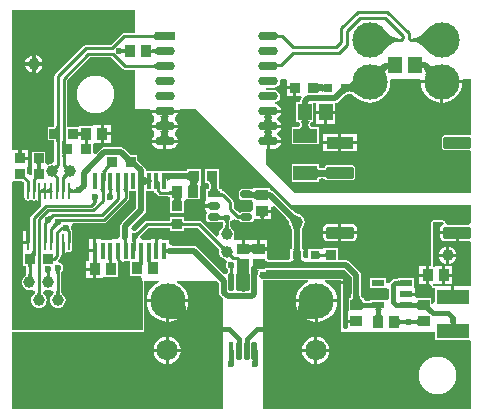
<source format=gtl>
G04*
G04 #@! TF.GenerationSoftware,Altium Limited,Altium Designer,19.1.8 (144)*
G04*
G04 Layer_Physical_Order=1*
G04 Layer_Color=255*
%FSLAX25Y25*%
%MOIN*%
G70*
G01*
G75*
%ADD13C,0.01000*%
%ADD15C,0.01200*%
%ADD17R,0.03543X0.03937*%
%ADD18R,0.03347X0.03347*%
%ADD19R,0.06693X0.02992*%
%ADD20R,0.03937X0.03543*%
%ADD21R,0.03347X0.03347*%
%ADD22R,0.00943X0.05456*%
%ADD23O,0.00943X0.05456*%
%ADD24O,0.06693X0.02992*%
G04:AMPARAMS|DCode=25|XSize=59.06mil|YSize=17.72mil|CornerRadius=4.43mil|HoleSize=0mil|Usage=FLASHONLY|Rotation=90.000|XOffset=0mil|YOffset=0mil|HoleType=Round|Shape=RoundedRectangle|*
%AMROUNDEDRECTD25*
21,1,0.05906,0.00886,0,0,90.0*
21,1,0.05020,0.01772,0,0,90.0*
1,1,0.00886,0.00443,0.02510*
1,1,0.00886,0.00443,-0.02510*
1,1,0.00886,-0.00443,-0.02510*
1,1,0.00886,-0.00443,0.02510*
%
%ADD25ROUNDEDRECTD25*%
%ADD26R,0.01772X0.05906*%
%ADD27R,0.01772X0.05709*%
%ADD28R,0.03937X0.02362*%
G04:AMPARAMS|DCode=29|XSize=23.62mil|YSize=39.37mil|CornerRadius=5.91mil|HoleSize=0mil|Usage=FLASHONLY|Rotation=90.000|XOffset=0mil|YOffset=0mil|HoleType=Round|Shape=RoundedRectangle|*
%AMROUNDEDRECTD29*
21,1,0.02362,0.02756,0,0,90.0*
21,1,0.01181,0.03937,0,0,90.0*
1,1,0.01181,0.01378,0.00591*
1,1,0.01181,0.01378,-0.00591*
1,1,0.01181,-0.01378,-0.00591*
1,1,0.01181,-0.01378,0.00591*
%
%ADD29ROUNDEDRECTD29*%
%ADD30C,0.03937*%
%ADD31R,0.04134X0.02362*%
G04:AMPARAMS|DCode=32|XSize=39.37mil|YSize=90.16mil|CornerRadius=3.94mil|HoleSize=0mil|Usage=FLASHONLY|Rotation=270.000|XOffset=0mil|YOffset=0mil|HoleType=Round|Shape=RoundedRectangle|*
%AMROUNDEDRECTD32*
21,1,0.03937,0.08228,0,0,270.0*
21,1,0.03150,0.09016,0,0,270.0*
1,1,0.00787,-0.04114,-0.01575*
1,1,0.00787,-0.04114,0.01575*
1,1,0.00787,0.04114,0.01575*
1,1,0.00787,0.04114,-0.01575*
%
%ADD32ROUNDEDRECTD32*%
%ADD33R,0.09016X0.03937*%
%ADD34R,0.03150X0.03150*%
%ADD35R,0.07874X0.04724*%
%ADD36R,0.04528X0.05512*%
%ADD37R,0.10630X0.05118*%
%ADD61C,0.02000*%
%ADD62C,0.03000*%
%ADD63C,0.01799*%
%ADD64C,0.01800*%
%ADD65C,0.04000*%
%ADD66C,0.01500*%
%ADD67C,0.07087*%
%ADD68C,0.11811*%
%ADD69C,0.02362*%
G36*
X42126Y126531D02*
X38719D01*
X38719Y126531D01*
X38290Y126446D01*
X37926Y126202D01*
X37926Y126202D01*
X34299Y122575D01*
X25925D01*
X25925Y122575D01*
X25496Y122490D01*
X25132Y122247D01*
X25132Y122247D01*
X15727Y112842D01*
X15484Y112478D01*
X15398Y112049D01*
X15398Y112049D01*
Y95654D01*
X15371Y95592D01*
X15366Y95420D01*
X15355Y95293D01*
X15339Y95197D01*
X15336Y95187D01*
X13180D01*
Y90640D01*
X15336D01*
X15339Y90630D01*
X15355Y90534D01*
X15366Y90407D01*
X15371Y90235D01*
X15398Y90173D01*
Y87369D01*
X15398Y87369D01*
X15398Y87369D01*
Y83783D01*
X15372Y83699D01*
X14567Y82906D01*
X13896Y82817D01*
X13411Y82616D01*
X12910Y82811D01*
X12411Y83159D01*
Y86919D01*
X7865D01*
Y82372D01*
X7864D01*
Y81801D01*
X7865D01*
Y79502D01*
X7569Y79229D01*
X6338Y79382D01*
X6309Y79430D01*
Y81138D01*
X6709Y81972D01*
X6709Y82635D01*
Y84146D01*
X4035D01*
Y84646D01*
X3535D01*
Y86295D01*
X2937D01*
X3032Y86305D01*
X3117Y86335D01*
X3192Y86386D01*
X3257Y86457D01*
X3312Y86548D01*
X3357Y86659D01*
X3392Y86791D01*
X3417Y86943D01*
X3432Y87115D01*
X3436Y87251D01*
X3434Y87318D01*
X3434Y87319D01*
X1362Y87319D01*
X1122Y88219D01*
Y134048D01*
X42126D01*
Y126531D01*
D02*
G37*
G36*
X89587Y126309D02*
X89626Y126225D01*
X89692Y126151D01*
X89783Y126087D01*
X89900Y126033D01*
X90044Y125988D01*
X90214Y125954D01*
X90410Y125929D01*
X90632Y125914D01*
X90879Y125909D01*
Y124909D01*
X90632Y124905D01*
X90214Y124865D01*
X90044Y124831D01*
X89900Y124786D01*
X89783Y124732D01*
X89692Y124668D01*
X89626Y124594D01*
X89587Y124510D01*
X89574Y124417D01*
Y126402D01*
X89587Y126309D01*
D02*
G37*
G36*
X48859Y124409D02*
X48849Y124504D01*
X48818Y124590D01*
X48768Y124664D01*
X48697Y124729D01*
X48606Y124784D01*
X48494Y124829D01*
X48363Y124864D01*
X48211Y124890D01*
X48039Y124904D01*
X47847Y124909D01*
Y125909D01*
X48039Y125915D01*
X48211Y125929D01*
X48363Y125954D01*
X48494Y125989D01*
X48606Y126034D01*
X48697Y126090D01*
X48768Y126154D01*
X48818Y126229D01*
X48849Y126314D01*
X48859Y126409D01*
Y124409D01*
D02*
G37*
G36*
X38988Y119472D02*
X38978Y119567D01*
X38948Y119652D01*
X38898Y119727D01*
X38828Y119792D01*
X38738Y119847D01*
X38628Y119892D01*
X38498Y119927D01*
X38427Y119939D01*
X38342Y119920D01*
X38245Y119891D01*
X38155Y119855D01*
X38070Y119812D01*
X37991Y119763D01*
X37918Y119708D01*
X37851Y119646D01*
Y121299D01*
X37918Y121237D01*
X37991Y121182D01*
X38070Y121133D01*
X38155Y121090D01*
X38245Y121054D01*
X38342Y121025D01*
X38427Y121006D01*
X38498Y121017D01*
X38628Y121052D01*
X38738Y121097D01*
X38828Y121152D01*
X38898Y121217D01*
X38948Y121292D01*
X38978Y121377D01*
X38988Y121472D01*
Y119472D01*
D02*
G37*
G36*
X140283Y120012D02*
X139589Y120702D01*
X137739Y122337D01*
X137199Y122737D01*
X136697Y123064D01*
X136234Y123319D01*
X135808Y123500D01*
X135421Y123609D01*
X135072Y123646D01*
Y124646D01*
X135421Y124682D01*
X135808Y124791D01*
X136234Y124973D01*
X136697Y125227D01*
X137199Y125554D01*
X137739Y125954D01*
X138934Y126971D01*
X140283Y128279D01*
Y120012D01*
D02*
G37*
G36*
X125395Y127589D02*
X127245Y125954D01*
X127785Y125554D01*
X128287Y125227D01*
X128751Y124973D01*
X129176Y124791D01*
X129563Y124682D01*
X129912Y124646D01*
Y123646D01*
X129563Y123609D01*
X129176Y123500D01*
X128751Y123319D01*
X128287Y123064D01*
X127785Y122737D01*
X127245Y122337D01*
X126050Y121320D01*
X124702Y120012D01*
Y128279D01*
X125395Y127589D01*
D02*
G37*
G36*
X47821Y121315D02*
X47851Y121229D01*
X47902Y121154D01*
X47973Y121089D01*
X48064Y121034D01*
X48175Y120990D01*
X48307Y120954D01*
X48415Y120937D01*
X48597Y120954D01*
X48767Y120988D01*
X48911Y121033D01*
X49028Y121087D01*
X49119Y121151D01*
X49185Y121225D01*
X49224Y121309D01*
X49237Y121402D01*
Y119417D01*
X49224Y119510D01*
X49185Y119594D01*
X49119Y119668D01*
X49028Y119732D01*
X48911Y119786D01*
X48767Y119831D01*
X48597Y119865D01*
X48435Y119886D01*
X48307Y119864D01*
X48175Y119829D01*
X48064Y119784D01*
X47973Y119729D01*
X47902Y119665D01*
X47851Y119589D01*
X47821Y119504D01*
X47811Y119409D01*
Y121409D01*
X47821Y121315D01*
D02*
G37*
G36*
X126428Y114699D02*
X126226Y114486D01*
X126052Y114281D01*
X125908Y114083D01*
X125793Y113894D01*
X125707Y113712D01*
X125649Y113538D01*
X125621Y113372D01*
X125622Y113214D01*
X125651Y113063D01*
X125710Y112920D01*
X123235Y115395D01*
X123378Y115336D01*
X123529Y115307D01*
X123687Y115306D01*
X123853Y115334D01*
X124027Y115392D01*
X124209Y115478D01*
X124398Y115593D01*
X124596Y115737D01*
X124801Y115911D01*
X125014Y116113D01*
X126428Y114699D01*
D02*
G37*
G36*
X89420Y116490D02*
X89475Y116421D01*
X89553Y116360D01*
X89655Y116308D01*
X89782Y116263D01*
X89932Y116227D01*
X90106Y116198D01*
X90305Y116178D01*
X90774Y116162D01*
X90859Y115162D01*
X90641Y115158D01*
X90280Y115125D01*
X90137Y115096D01*
X90019Y115059D01*
X89926Y115014D01*
X89857Y114961D01*
X89814Y114899D01*
X89795Y114830D01*
X89801Y114752D01*
X89390Y116567D01*
X89420Y116490D01*
D02*
G37*
G36*
X49237Y114417D02*
X49224Y114510D01*
X49185Y114594D01*
X49119Y114668D01*
X49028Y114732D01*
X48911Y114786D01*
X48767Y114831D01*
X48597Y114865D01*
X48401Y114890D01*
X48180Y114904D01*
X47932Y114909D01*
Y115909D01*
X48180Y115914D01*
X48597Y115954D01*
X48767Y115988D01*
X48911Y116033D01*
X49028Y116087D01*
X49119Y116151D01*
X49185Y116225D01*
X49224Y116308D01*
X49237Y116402D01*
Y114417D01*
D02*
G37*
G36*
X139896Y116206D02*
X140164Y115994D01*
X140432Y115819D01*
X140699Y115682D01*
X140965Y115583D01*
X141232Y115521D01*
X141498Y115496D01*
X141764Y115509D01*
X142030Y115560D01*
X142295Y115648D01*
X139022Y112374D01*
X139110Y112639D01*
X139160Y112905D01*
X139173Y113171D01*
X139148Y113437D01*
X139086Y113704D01*
X138987Y113971D01*
X138850Y114238D01*
X138676Y114505D01*
X138464Y114773D01*
X138214Y115041D01*
X139628Y116455D01*
X139896Y116206D01*
D02*
G37*
G36*
X120838Y109816D02*
X120594Y109569D01*
X120377Y109321D01*
X120527Y109170D01*
X120448Y109155D01*
X120350Y109114D01*
X120233Y109047D01*
X120098Y108956D01*
X119972Y108860D01*
X119757Y108614D01*
X119665Y108479D01*
X119599Y108363D01*
X119558Y108265D01*
X119542Y108186D01*
X119386Y108342D01*
X118897Y107875D01*
X118190Y108582D01*
X118433Y108829D01*
X118651Y109077D01*
X118501Y109227D01*
X118580Y109243D01*
X118678Y109284D01*
X118794Y109350D01*
X118929Y109442D01*
X119055Y109538D01*
X119271Y109783D01*
X119362Y109918D01*
X119429Y110035D01*
X119469Y110133D01*
X119485Y110212D01*
X119642Y110055D01*
X120131Y110523D01*
X120838Y109816D01*
D02*
G37*
G36*
X115372Y109247D02*
X115964Y109228D01*
Y107544D01*
X116598Y105722D01*
X116246Y106009D01*
X115879Y106264D01*
X115497Y106490D01*
X115100Y106686D01*
X114688Y106852D01*
X114260Y106987D01*
X114226Y106995D01*
X114144Y106953D01*
X114044Y106868D01*
X113984Y106772D01*
X113964Y106666D01*
Y107058D01*
X113818Y107093D01*
X113361Y107168D01*
X113144Y107189D01*
X113667Y106666D01*
X113512Y106779D01*
X113328Y106835D01*
X113116D01*
X112875Y106779D01*
X112607Y106666D01*
X112310Y106496D01*
X111984Y106270D01*
X111631Y105987D01*
X110839Y105251D01*
X109425Y106666D01*
X109820Y107076D01*
X110443Y107811D01*
X110669Y108136D01*
X110839Y108433D01*
X110952Y108702D01*
X111009Y108942D01*
Y109155D01*
X110952Y109338D01*
X110839Y109494D01*
X112402Y107931D01*
Y109228D01*
X112767Y109248D01*
X113102Y109309D01*
X113406Y109410D01*
X113679Y109551D01*
X113922Y109732D01*
X113964Y109776D01*
Y109791D01*
X113967Y109779D01*
X114134Y109954D01*
X114316Y110216D01*
X114467Y110518D01*
X114587Y110860D01*
X114677Y111243D01*
X115372Y109247D01*
D02*
G37*
G36*
X103256Y109803D02*
X103316Y109691D01*
X103416Y109592D01*
X103556Y109506D01*
X103736Y109433D01*
X103956Y109373D01*
X104124Y109344D01*
X104213Y109352D01*
X104433Y109399D01*
X104613Y109456D01*
X104753Y109524D01*
X104853Y109603D01*
X104913Y109692D01*
X104933Y109791D01*
Y109279D01*
X105236Y109268D01*
Y107268D01*
X104933Y107262D01*
Y106666D01*
X104913Y106780D01*
X104853Y106882D01*
X104753Y106973D01*
X104613Y107051D01*
X104433Y107117D01*
X104213Y107171D01*
X104106Y107189D01*
X103956Y107162D01*
X103736Y107102D01*
X103556Y107030D01*
X103416Y106944D01*
X103316Y106844D01*
X103256Y106732D01*
X103236Y106606D01*
Y107258D01*
X102933Y107268D01*
Y109268D01*
X103236Y109272D01*
Y109929D01*
X103256Y109803D01*
D02*
G37*
G36*
X100057Y103708D02*
X100103Y103033D01*
X100125Y102925D01*
X100150Y102840D01*
X100179Y102780D01*
X100212Y102744D01*
X100248Y102732D01*
X97862D01*
X97899Y102744D01*
X97931Y102780D01*
X97961Y102840D01*
X97986Y102925D01*
X98007Y103033D01*
X98024Y103166D01*
X98047Y103503D01*
X98055Y103937D01*
X100055D01*
X100057Y103708D01*
D02*
G37*
G36*
X88439Y98924D02*
X88269Y98863D01*
X88119Y98761D01*
X87989Y98619D01*
X87880Y98436D01*
X87790Y98213D01*
X87720Y97949D01*
X87713Y97909D01*
X87720Y97870D01*
X87790Y97606D01*
X87880Y97383D01*
X87989Y97200D01*
X88119Y97058D01*
X88269Y96956D01*
X88439Y96895D01*
X88628Y96875D01*
X84632D01*
X84821Y96895D01*
X84991Y96956D01*
X85141Y97058D01*
X85271Y97200D01*
X85380Y97383D01*
X85470Y97606D01*
X85540Y97870D01*
X85546Y97909D01*
X85540Y97949D01*
X85470Y98213D01*
X85380Y98436D01*
X85271Y98619D01*
X85141Y98761D01*
X84991Y98863D01*
X84821Y98924D01*
X84632Y98944D01*
X88628D01*
X88439Y98924D01*
D02*
G37*
G36*
X100810Y97248D02*
X100640Y97188D01*
X100490Y97087D01*
X100360Y96946D01*
X100250Y96765D01*
X100160Y96544D01*
X100090Y96282D01*
X100040Y95980D01*
X100036Y95937D01*
X100040Y95894D01*
X100090Y95592D01*
X100160Y95330D01*
X100250Y95109D01*
X100360Y94928D01*
X100490Y94787D01*
X100640Y94686D01*
X100810Y94626D01*
X101000Y94606D01*
X97000D01*
X97190Y94626D01*
X97360Y94686D01*
X97510Y94787D01*
X97640Y94928D01*
X97750Y95109D01*
X97840Y95330D01*
X97910Y95592D01*
X97960Y95894D01*
X97964Y95937D01*
X97960Y95980D01*
X97910Y96282D01*
X97840Y96544D01*
X97750Y96765D01*
X97640Y96946D01*
X97510Y97087D01*
X97360Y97188D01*
X97190Y97248D01*
X97000Y97268D01*
X101000D01*
X100810Y97248D01*
D02*
G37*
G36*
X17021Y95385D02*
X17066Y94665D01*
X17080Y94615D01*
X17096Y94585D01*
X17114Y94575D01*
X15520Y94563D01*
X15615Y94573D01*
X15700Y94604D01*
X15775Y94655D01*
X15840Y94726D01*
X15895Y94818D01*
X15940Y94929D01*
X15975Y95060D01*
X16000Y95211D01*
X16015Y95383D01*
X16020Y95575D01*
X17020D01*
X17021Y95385D01*
D02*
G37*
G36*
X24335Y91913D02*
X24325Y92008D01*
X24295Y92093D01*
X24244Y92168D01*
X24173Y92233D01*
X24082Y92288D01*
X23971Y92333D01*
X23839Y92368D01*
X23772Y92379D01*
X23706Y92368D01*
X23576Y92333D01*
X23466Y92288D01*
X23376Y92233D01*
X23306Y92168D01*
X23256Y92093D01*
X23226Y92008D01*
X23216Y91913D01*
Y93913D01*
X23226Y93818D01*
X23256Y93733D01*
X23306Y93658D01*
X23376Y93593D01*
X23466Y93538D01*
X23576Y93493D01*
X23706Y93458D01*
X23772Y93447D01*
X23839Y93458D01*
X23971Y93493D01*
X24082Y93538D01*
X24173Y93593D01*
X24244Y93658D01*
X24295Y93733D01*
X24325Y93818D01*
X24335Y93913D01*
Y91913D01*
D02*
G37*
G36*
X92334Y111024D02*
X92799Y110941D01*
X92799Y110524D01*
Y108768D01*
X95472D01*
Y108268D01*
X95972D01*
Y105595D01*
X97698D01*
X97905Y105095D01*
X97902Y105091D01*
X97548Y104561D01*
X97443Y104034D01*
X97406Y103949D01*
X97398Y103531D01*
X97386Y103356D01*
X96053D01*
Y96644D01*
X96891D01*
X96932Y96622D01*
X97045Y96610D01*
X97066Y96603D01*
X97085Y96590D01*
X97119Y96553D01*
X97168Y96472D01*
X97223Y96337D01*
X97275Y96145D01*
X97309Y95937D01*
X97275Y95729D01*
X97223Y95537D01*
X97168Y95402D01*
X97119Y95321D01*
X97085Y95284D01*
X97066Y95271D01*
X97045Y95264D01*
X96932Y95252D01*
X96891Y95230D01*
X94463D01*
Y89306D01*
X103537D01*
Y95230D01*
X101109D01*
X101068Y95252D01*
X100955Y95264D01*
X100934Y95271D01*
X100915Y95284D01*
X100881Y95321D01*
X100832Y95402D01*
X100777Y95537D01*
X100725Y95729D01*
X100691Y95937D01*
X100725Y96145D01*
X100777Y96337D01*
X100832Y96472D01*
X100881Y96553D01*
X100915Y96590D01*
X100934Y96603D01*
X100955Y96610D01*
X101068Y96622D01*
X101109Y96644D01*
X101781D01*
Y103093D01*
X102543D01*
Y100500D01*
X105807D01*
X109071D01*
Y103128D01*
X109522Y103217D01*
X110051Y103571D01*
X111241Y104761D01*
X111281Y104775D01*
X112055Y105495D01*
X112373Y105749D01*
X112657Y105946D01*
X112845Y106053D01*
X113577D01*
X113667Y106016D01*
X113716Y106037D01*
X113768Y106024D01*
X113810Y106050D01*
X113845Y106027D01*
X113906Y106040D01*
X113964Y106016D01*
X114055Y106053D01*
X114576D01*
X114576Y106053D01*
Y106053D01*
X115039Y105920D01*
X115578Y105263D01*
X116629Y104400D01*
X117829Y103759D01*
X119131Y103364D01*
X120484Y103230D01*
X121838Y103364D01*
X123140Y103759D01*
X124339Y104400D01*
X125391Y105263D01*
X126254Y106314D01*
X126895Y107514D01*
X127290Y108816D01*
X127423Y110169D01*
X127375Y110653D01*
X127711Y111024D01*
X137273D01*
X137594Y110669D01*
X144500D01*
X151406D01*
X151727Y111024D01*
X154414D01*
Y92839D01*
X153914Y92515D01*
X153744Y92549D01*
X145516D01*
X145128Y92471D01*
X144799Y92252D01*
X144580Y91923D01*
X144503Y91535D01*
Y88386D01*
X144580Y87998D01*
X144799Y87669D01*
X145128Y87450D01*
X145516Y87373D01*
X153744D01*
X153914Y87406D01*
X154414Y87083D01*
Y73169D01*
X95335Y73169D01*
X85827Y82677D01*
Y87865D01*
X86130D01*
Y90409D01*
X86630D01*
Y90909D01*
X90926D01*
X90832Y91383D01*
X90280Y92209D01*
X89654Y92627D01*
Y93192D01*
X90280Y93610D01*
X90832Y94436D01*
X90926Y94910D01*
X86630D01*
Y95910D01*
X90926D01*
X90832Y96383D01*
X90280Y97209D01*
X89654Y97627D01*
Y98192D01*
X90280Y98610D01*
X90832Y99436D01*
X90926Y99910D01*
X86630D01*
Y100909D01*
X90926D01*
X90832Y101383D01*
X90280Y102209D01*
X89454Y102761D01*
X88963Y102858D01*
Y103368D01*
X89298Y103435D01*
X89991Y103898D01*
X90455Y104592D01*
X90617Y105409D01*
X90455Y106227D01*
X89991Y106921D01*
X89298Y107384D01*
X88480Y107547D01*
X85827D01*
Y108272D01*
X88480D01*
X89298Y108435D01*
X89991Y108898D01*
X90455Y109592D01*
X90617Y110409D01*
X90572Y110637D01*
X90889Y111024D01*
X92334D01*
D02*
G37*
G36*
X88439Y93924D02*
X88269Y93863D01*
X88119Y93761D01*
X87989Y93619D01*
X87880Y93436D01*
X87790Y93213D01*
X87720Y92949D01*
X87713Y92909D01*
X87720Y92870D01*
X87790Y92606D01*
X87880Y92383D01*
X87989Y92200D01*
X88119Y92058D01*
X88269Y91956D01*
X88439Y91895D01*
X88628Y91875D01*
X84632D01*
X84821Y91895D01*
X84991Y91956D01*
X85141Y92058D01*
X85271Y92200D01*
X85380Y92383D01*
X85470Y92606D01*
X85540Y92870D01*
X85546Y92909D01*
X85540Y92949D01*
X85470Y93213D01*
X85380Y93436D01*
X85271Y93619D01*
X85141Y93761D01*
X84991Y93863D01*
X84821Y93924D01*
X84632Y93944D01*
X88628D01*
X88439Y93924D01*
D02*
G37*
G36*
X17114Y91252D02*
X17096Y91242D01*
X17080Y91212D01*
X17066Y91162D01*
X17054Y91092D01*
X17043Y91002D01*
X17023Y90612D01*
X17020Y90252D01*
X16020D01*
X16015Y90444D01*
X16000Y90615D01*
X15975Y90767D01*
X15940Y90898D01*
X15895Y91009D01*
X15840Y91100D01*
X15775Y91171D01*
X15700Y91223D01*
X15615Y91253D01*
X15520Y91264D01*
X17114Y91252D01*
D02*
G37*
G36*
X26988Y90959D02*
X26903Y90928D01*
X26828Y90878D01*
X26763Y90807D01*
X26708Y90716D01*
X26663Y90605D01*
X26628Y90473D01*
X26603Y90321D01*
X26593Y90207D01*
X26603Y90092D01*
X26628Y89940D01*
X26663Y89809D01*
X26708Y89697D01*
X26763Y89606D01*
X26828Y89536D01*
X26903Y89485D01*
X26988Y89455D01*
X27083Y89445D01*
X25083D01*
X25178Y89455D01*
X25263Y89485D01*
X25338Y89536D01*
X25403Y89606D01*
X25458Y89697D01*
X25503Y89809D01*
X25538Y89940D01*
X25563Y90092D01*
X25573Y90207D01*
X25563Y90321D01*
X25538Y90473D01*
X25503Y90605D01*
X25458Y90716D01*
X25403Y90807D01*
X25338Y90878D01*
X25263Y90928D01*
X25178Y90959D01*
X25083Y90969D01*
X27083D01*
X26988Y90959D01*
D02*
G37*
G36*
X19025Y90265D02*
X19040Y90094D01*
X19065Y89942D01*
X19100Y89811D01*
X19145Y89700D01*
X19200Y89609D01*
X19265Y89537D01*
X19340Y89486D01*
X19425Y89455D01*
X19520Y89445D01*
X18122Y89456D01*
X18103Y89467D01*
X18085Y89496D01*
X18070Y89547D01*
X18057Y89617D01*
X18045Y89706D01*
X18029Y89947D01*
X18020Y90456D01*
X19020D01*
X19025Y90265D01*
D02*
G37*
G36*
X19425Y86135D02*
X19340Y86104D01*
X19265Y86053D01*
X19200Y85982D01*
X19145Y85891D01*
X19100Y85780D01*
X19065Y85648D01*
X19040Y85497D01*
X19025Y85326D01*
X19020Y85134D01*
X18020D01*
X18122Y86134D01*
X19520Y86146D01*
X19425Y86135D01*
D02*
G37*
G36*
X39595Y86144D02*
X40331Y85522D01*
X40656Y85295D01*
X40953Y85126D01*
X41222Y85013D01*
X41462Y84956D01*
X41674D01*
X41858Y85013D01*
X42014Y85126D01*
X39185Y82297D01*
X39298Y82453D01*
X39355Y82637D01*
Y82849D01*
X39298Y83089D01*
X39185Y83358D01*
X39015Y83655D01*
X38789Y83980D01*
X38506Y84334D01*
X37771Y85126D01*
X39185Y86540D01*
X39595Y86144D01*
D02*
G37*
G36*
X16873Y82016D02*
X16758Y81895D01*
X16573Y81668D01*
X16503Y81561D01*
X16449Y81459D01*
X16410Y81362D01*
X16386Y81270D01*
X16377Y81182D01*
X16383Y81099D01*
X16405Y81020D01*
X15136Y82199D01*
X15216Y82183D01*
X15302Y82183D01*
X15392Y82197D01*
X15488Y82227D01*
X15588Y82271D01*
X15694Y82331D01*
X15804Y82407D01*
X15920Y82497D01*
X16040Y82602D01*
X16166Y82723D01*
X16873Y82016D01*
D02*
G37*
G36*
X34497Y81803D02*
X34419Y81860D01*
X34327Y81888D01*
X34221D01*
X34101Y81860D01*
X33967Y81803D01*
X33818Y81718D01*
X33656Y81605D01*
X33479Y81464D01*
X33083Y81096D01*
X32376Y81803D01*
X32574Y82008D01*
X32885Y82376D01*
X32998Y82539D01*
X33083Y82687D01*
X33139Y82822D01*
X33168Y82942D01*
Y83048D01*
X33139Y83140D01*
X33083Y83218D01*
X34497Y81803D01*
D02*
G37*
G36*
X11043Y82986D02*
X10958Y82956D01*
X10883Y82905D01*
X10818Y82835D01*
X10763Y82743D01*
X10718Y82632D01*
X10683Y82501D01*
X10658Y82349D01*
X10643Y82177D01*
X10640Y82087D01*
X10643Y81997D01*
X10658Y81824D01*
X10683Y81673D01*
X10718Y81541D01*
X10763Y81430D01*
X10818Y81339D01*
X10883Y81268D01*
X10958Y81217D01*
X11043Y81187D01*
X11138Y81177D01*
X9138D01*
X9233Y81187D01*
X9318Y81217D01*
X9393Y81268D01*
X9458Y81339D01*
X9513Y81430D01*
X9558Y81541D01*
X9593Y81673D01*
X9618Y81824D01*
X9633Y81997D01*
X9635Y82087D01*
X9633Y82177D01*
X9618Y82349D01*
X9593Y82501D01*
X9558Y82632D01*
X9513Y82743D01*
X9458Y82835D01*
X9393Y82905D01*
X9318Y82956D01*
X9233Y82986D01*
X9138Y82996D01*
X11138D01*
X11043Y82986D01*
D02*
G37*
G36*
X18999Y82602D02*
X19235Y82407D01*
X19346Y82331D01*
X19451Y82271D01*
X19552Y82227D01*
X19647Y82197D01*
X19738Y82183D01*
X19823Y82183D01*
X19903Y82199D01*
X18634Y81020D01*
X18656Y81099D01*
X18663Y81182D01*
X18654Y81270D01*
X18630Y81362D01*
X18590Y81459D01*
X18536Y81561D01*
X18466Y81668D01*
X18382Y81779D01*
X18281Y81895D01*
X18166Y82016D01*
X18873Y82723D01*
X18999Y82602D01*
D02*
G37*
G36*
X32370Y80008D02*
X31287Y79996D01*
X31305Y80002D01*
X31321Y80020D01*
X31335Y80051D01*
X31348Y80093D01*
X31358Y80148D01*
X31367Y80215D01*
X31378Y80384D01*
X31382Y80602D01*
X32382D01*
X32370Y80008D01*
D02*
G37*
G36*
X19981Y78409D02*
X19867Y78430D01*
X19752Y78435D01*
X19636Y78425D01*
X19518Y78398D01*
X19398Y78356D01*
X19276Y78298D01*
X19153Y78224D01*
X19028Y78135D01*
X18901Y78029D01*
X18773Y77908D01*
X18066Y78615D01*
X18187Y78743D01*
X18292Y78870D01*
X18382Y78995D01*
X18456Y79118D01*
X18514Y79240D01*
X18556Y79360D01*
X18582Y79478D01*
X18593Y79595D01*
X18587Y79710D01*
X18566Y79823D01*
X19981Y78409D01*
D02*
G37*
G36*
X45989Y78227D02*
X46239Y78193D01*
X46528Y78172D01*
X46850Y78165D01*
Y76165D01*
X46528Y76158D01*
X45989Y76104D01*
Y75480D01*
X45972Y75610D01*
X45921Y75727D01*
X45836Y75830D01*
X45717Y75919D01*
X45571Y75991D01*
X45425Y75919D01*
X45306Y75830D01*
X45221Y75727D01*
X45170Y75610D01*
X45153Y75480D01*
Y76104D01*
X44902Y76138D01*
X44614Y76158D01*
X44291Y76165D01*
Y78165D01*
X44614Y78172D01*
X45153Y78227D01*
Y78851D01*
X45170Y78720D01*
X45221Y78604D01*
X45306Y78501D01*
X45425Y78412D01*
X45571Y78340D01*
X45717Y78412D01*
X45836Y78501D01*
X45921Y78604D01*
X45972Y78720D01*
X45989Y78851D01*
Y78227D01*
D02*
G37*
G36*
X16279Y79327D02*
X16273Y79271D01*
X16280Y79209D01*
X16299Y79141D01*
X16333Y79068D01*
X16379Y78988D01*
X16438Y78904D01*
X16510Y78813D01*
X16694Y78614D01*
X15987Y77907D01*
X15871Y78020D01*
X15564Y78279D01*
X15475Y78338D01*
X15394Y78384D01*
X15319Y78416D01*
X15252Y78434D01*
X15192Y78440D01*
X15138Y78431D01*
X16298Y79378D01*
X16279Y79327D01*
D02*
G37*
G36*
X4614Y77232D02*
X4728Y77153D01*
X5056Y76875D01*
X5246Y76692D01*
X5310Y76666D01*
X5369Y76608D01*
Y73954D01*
X5399Y73807D01*
Y71698D01*
X5482Y71280D01*
X5719Y70925D01*
X6073Y70688D01*
X6491Y70605D01*
X6909Y70688D01*
X7476Y70861D01*
X8043Y70688D01*
X8461Y70605D01*
X8879Y70688D01*
X8932Y70724D01*
X9370Y70637D01*
X9789Y70357D01*
X9872Y70426D01*
X9959Y70509D01*
X10231Y70237D01*
X10431Y70198D01*
X10689Y70249D01*
X10857Y70116D01*
X10964Y68826D01*
X7668Y65530D01*
X7425Y65166D01*
X7339Y64737D01*
X7339Y64737D01*
Y60482D01*
X7000D01*
X6991Y59684D01*
Y56754D01*
X6491D01*
Y56254D01*
X5020D01*
Y53454D01*
X4912D01*
Y48908D01*
X6002D01*
X6004Y48899D01*
X6020Y48803D01*
X6031Y48675D01*
X6036Y48503D01*
X6064Y48441D01*
Y46325D01*
X6036Y46268D01*
X6039Y46260D01*
X6036Y46253D01*
X6031Y46097D01*
X6020Y45979D01*
X6003Y45880D01*
X5983Y45800D01*
X5960Y45740D01*
X5939Y45698D01*
X5920Y45669D01*
X5904Y45651D01*
X5889Y45638D01*
X5831Y45603D01*
X5795Y45553D01*
X5737Y45532D01*
X5720Y45496D01*
X5255Y45139D01*
X4843Y44602D01*
X4584Y43978D01*
X4496Y43307D01*
X4584Y42637D01*
X4843Y42012D01*
X5255Y41475D01*
X5791Y41063D01*
X6416Y40805D01*
X7087Y40716D01*
X7757Y40805D01*
X7891Y40860D01*
X8886Y40370D01*
X8938Y40223D01*
X8945Y40061D01*
X8881Y39695D01*
X8840Y39568D01*
X8404Y39233D01*
X7993Y38697D01*
X7734Y38072D01*
X7646Y37402D01*
X7734Y36731D01*
X7993Y36106D01*
X8404Y35570D01*
X8941Y35158D01*
X9566Y34899D01*
X10236Y34811D01*
X10907Y34899D01*
X11532Y35158D01*
X12068Y35570D01*
X12480Y36106D01*
X12739Y36731D01*
X12827Y37402D01*
X12739Y38072D01*
X12480Y38697D01*
X12068Y39233D01*
X11805Y39436D01*
X11783Y39494D01*
X11726Y39521D01*
X11714Y39541D01*
X11696Y39706D01*
X11705Y40057D01*
X11770Y40281D01*
X12715Y40805D01*
X13386Y40716D01*
X14056Y40805D01*
X15083Y40316D01*
X15162Y40095D01*
X15177Y40041D01*
X15176Y40008D01*
X15076Y39556D01*
X15054Y39502D01*
X14704Y39233D01*
X14292Y38697D01*
X14033Y38072D01*
X13945Y37402D01*
X14033Y36731D01*
X14292Y36106D01*
X14704Y35570D01*
X15240Y35158D01*
X15865Y34899D01*
X16535Y34811D01*
X17206Y34899D01*
X17831Y35158D01*
X18367Y35570D01*
X18779Y36106D01*
X19038Y36731D01*
X19126Y37402D01*
X19038Y38072D01*
X18779Y38697D01*
X18367Y39233D01*
X18017Y39502D01*
X17995Y39556D01*
X17937Y39580D01*
X17903Y39633D01*
X17845Y39672D01*
X17826Y39690D01*
X17806Y39713D01*
X17784Y39748D01*
X17761Y39796D01*
X17738Y39862D01*
X17717Y39945D01*
X17700Y40047D01*
X17689Y40168D01*
X17685Y40324D01*
X17657Y40386D01*
Y46173D01*
X17685Y46235D01*
X17687Y46336D01*
X17694Y46411D01*
X17704Y46476D01*
X17716Y46532D01*
X17730Y46579D01*
X17746Y46619D01*
X17763Y46651D01*
X17780Y46679D01*
X17798Y46702D01*
X17839Y46747D01*
X17863Y46812D01*
X18213Y47337D01*
X18351Y48031D01*
X18213Y48726D01*
X17819Y49316D01*
X17230Y49709D01*
X16940Y49767D01*
X16552Y50793D01*
X17134Y51375D01*
X17134Y51375D01*
X17377Y51738D01*
X17462Y52168D01*
X17462Y52168D01*
Y52184D01*
X18311Y52998D01*
X18885Y53112D01*
X19372Y53437D01*
X19810Y53524D01*
X19863Y53488D01*
X20281Y53405D01*
X20699Y53488D01*
X21053Y53725D01*
X21290Y54080D01*
X21373Y54498D01*
Y56607D01*
X21402Y56754D01*
Y60428D01*
X21402Y60428D01*
X21317Y60857D01*
X21074Y61221D01*
X21069Y61226D01*
X21107Y61417D01*
X20996Y61976D01*
X21125Y62327D01*
X21595Y62976D01*
X31814D01*
X31814Y62976D01*
X32243Y63061D01*
X32607Y63305D01*
X39938Y70635D01*
X39938Y70635D01*
X40181Y70999D01*
X40266Y71428D01*
Y73246D01*
X40294Y73309D01*
X40298Y73483D01*
X40307Y73617D01*
X40320Y73711D01*
X42660D01*
Y67981D01*
X37892Y63214D01*
X37538Y62684D01*
X37414Y62060D01*
Y59530D01*
X37299Y59356D01*
X37160Y58661D01*
X36314Y57791D01*
X34728D01*
Y57391D01*
X30823D01*
Y57791D01*
X29437D01*
Y53937D01*
X28937D01*
Y53437D01*
X27051D01*
Y50606D01*
X26067D01*
Y48212D01*
X26137Y48190D01*
X26239Y48167D01*
X26348Y48151D01*
X26354Y48150D01*
X26439Y48158D01*
X26589Y48183D01*
X26719Y48218D01*
X26829Y48263D01*
X26919Y48318D01*
X26989Y48383D01*
X27039Y48458D01*
X27069Y48543D01*
X27079Y48638D01*
Y48138D01*
X28839D01*
Y47638D01*
X29338D01*
Y44669D01*
X31610D01*
X31782Y45069D01*
X36525D01*
Y50083D01*
X37331D01*
X37679Y50430D01*
X37766Y50348D01*
X37853Y50274D01*
X37941Y50209D01*
X38030Y50153D01*
X38119Y50105D01*
X38171Y50083D01*
X38500D01*
Y50483D01*
X40542D01*
Y45463D01*
X44275D01*
X44532Y44569D01*
X44532Y43952D01*
X44803D01*
X44803Y43569D01*
Y27415D01*
X44776Y27404D01*
X1697D01*
X1655Y27421D01*
X1122D01*
Y76520D01*
X1762Y77254D01*
X4133D01*
X4181Y77225D01*
X4233Y77237D01*
X4282Y77217D01*
X4373Y77254D01*
X4575D01*
X4614Y77232D01*
D02*
G37*
G36*
X5640Y79203D02*
X5612Y79111D01*
Y79005D01*
X5640Y78885D01*
X5697Y78750D01*
X5782Y78602D01*
X5895Y78439D01*
X6036Y78262D01*
X6404Y77866D01*
X5697Y77159D01*
X5492Y77357D01*
X5124Y77668D01*
X4961Y77781D01*
X4813Y77866D01*
X4678Y77923D01*
X4558Y77951D01*
X4452D01*
X4360Y77923D01*
X4282Y77866D01*
X5697Y79281D01*
X5640Y79203D01*
D02*
G37*
G36*
X52862Y79957D02*
X52922Y79911D01*
X53022Y79871D01*
X53162Y79836D01*
X53342Y79807D01*
X53562Y79783D01*
X54462Y79743D01*
X54842Y79740D01*
Y77740D01*
X54461Y77730D01*
X54119Y77700D01*
X53818Y77650D01*
X53556Y77580D01*
X53335Y77490D01*
X53154Y77380D01*
X53013Y77250D01*
X52912Y77100D01*
X52851Y76930D01*
X52830Y76740D01*
X52842Y80008D01*
X52862Y79957D01*
D02*
G37*
G36*
X60248Y77079D02*
X60890D01*
X60900Y77199D01*
X60909Y77579D01*
X62910D01*
X62915Y77199D01*
X62924Y77079D01*
X63571D01*
X63445Y77059D01*
X63333Y76999D01*
X63234Y76899D01*
X63147Y76759D01*
X63075Y76579D01*
X63015Y76359D01*
X63002Y76286D01*
X63050Y76078D01*
X63112Y75899D01*
X63185Y75759D01*
X63270Y75659D01*
X63365Y75599D01*
X63472Y75578D01*
X62928D01*
X62910Y75079D01*
X60909D01*
X60903Y75459D01*
X60893Y75578D01*
X59953D01*
X60135Y75599D01*
X60297Y75659D01*
X60441Y75759D01*
X60565Y75899D01*
X60670Y76078D01*
X60756Y76299D01*
X60787Y76419D01*
X60744Y76579D01*
X60671Y76759D01*
X60585Y76899D01*
X60486Y76999D01*
X60374Y77059D01*
X60248Y77079D01*
X60228Y77205D01*
X60168Y77317D01*
X60068Y77416D01*
X59928Y77502D01*
X59748Y77575D01*
X59528Y77634D01*
X59268Y77681D01*
X58968Y77714D01*
X58248Y77740D01*
Y79740D01*
X58628Y79747D01*
X59268Y79800D01*
X59528Y79846D01*
X59748Y79905D01*
X59928Y79978D01*
X60068Y80064D01*
X60168Y80163D01*
X60228Y80276D01*
X60248Y80401D01*
Y77079D01*
D02*
G37*
G36*
X13915Y72954D02*
X13904Y73049D01*
X13874Y73134D01*
X13824Y73209D01*
X13753Y73274D01*
X13662Y73329D01*
X13550Y73374D01*
X13419Y73409D01*
X13386Y73415D01*
X13353Y73409D01*
X13221Y73374D01*
X13110Y73329D01*
X13019Y73274D01*
X12948Y73209D01*
X12898Y73134D01*
X12867Y73049D01*
X12857Y72954D01*
Y74954D01*
X12867Y74859D01*
X12898Y74774D01*
X12948Y74699D01*
X13019Y74634D01*
X13110Y74579D01*
X13221Y74534D01*
X13353Y74499D01*
X13386Y74494D01*
X13419Y74499D01*
X13550Y74534D01*
X13662Y74579D01*
X13753Y74634D01*
X13824Y74699D01*
X13874Y74774D01*
X13904Y74859D01*
X13915Y74954D01*
Y72954D01*
D02*
G37*
G36*
X11945D02*
X11934Y73049D01*
X11904Y73134D01*
X11853Y73209D01*
X11783Y73274D01*
X11692Y73329D01*
X11580Y73374D01*
X11449Y73409D01*
X11416Y73415D01*
X11383Y73409D01*
X11251Y73374D01*
X11140Y73329D01*
X11049Y73274D01*
X10978Y73209D01*
X10928Y73134D01*
X10897Y73049D01*
X10887Y72954D01*
Y74954D01*
X10897Y74859D01*
X10928Y74774D01*
X10978Y74699D01*
X11049Y74634D01*
X11140Y74579D01*
X11251Y74534D01*
X11383Y74499D01*
X11416Y74494D01*
X11449Y74499D01*
X11580Y74534D01*
X11692Y74579D01*
X11783Y74634D01*
X11853Y74699D01*
X11904Y74774D01*
X11934Y74859D01*
X11945Y74954D01*
Y72954D01*
D02*
G37*
G36*
X69673Y77079D02*
X69660Y77059D01*
X69648Y76999D01*
X69637Y76899D01*
X69620Y76579D01*
X69608Y75575D01*
X69612Y75427D01*
X69641Y75087D01*
X69688Y74787D01*
X69755Y74527D01*
X69841Y74307D01*
X69947Y74127D01*
X70071Y73987D01*
X70214Y73887D01*
X70377Y73827D01*
X70559Y73807D01*
X66646D01*
X66828Y73827D01*
X66990Y73887D01*
X67134Y73987D01*
X67258Y74127D01*
X67363Y74307D01*
X67449Y74527D01*
X67516Y74787D01*
X67564Y75087D01*
X67593Y75427D01*
X67593Y75436D01*
X67592Y75460D01*
X67562Y75802D01*
X67512Y76103D01*
X67442Y76365D01*
X67352Y76586D01*
X67242Y76767D01*
X67112Y76908D01*
X66962Y77009D01*
X66792Y77070D01*
X66602Y77091D01*
X69673Y77079D01*
D02*
G37*
G36*
X82701Y73457D02*
X83003Y73444D01*
X83355Y73441D01*
X83397Y71441D01*
X82701Y71459D01*
Y70767D01*
X82684Y70895D01*
X82634Y71010D01*
X82550Y71111D01*
X82431Y71198D01*
X82280Y71272D01*
X82094Y71333D01*
X81875Y71380D01*
X81622Y71414D01*
X81336Y71434D01*
X81015Y71441D01*
Y73441D01*
X81033Y73441D01*
Y73773D01*
X81146Y73710D01*
X81285Y73654D01*
X81451Y73604D01*
X81643Y73561D01*
X81862Y73524D01*
X81942Y73516D01*
X82094Y73549D01*
X82280Y73609D01*
X82431Y73684D01*
X82550Y73771D01*
X82634Y73872D01*
X82684Y73987D01*
X82701Y74115D01*
Y73457D01*
D02*
G37*
G36*
X39971Y74313D02*
X39902Y74283D01*
X39842Y74233D01*
X39790Y74163D01*
X39745Y74073D01*
X39709Y73963D01*
X39681Y73833D01*
X39661Y73683D01*
X39649Y73513D01*
X39645Y73323D01*
X38645D01*
X38641Y73513D01*
X38614Y73833D01*
X38590Y73963D01*
X38559Y74073D01*
X38521Y74163D01*
X38476Y74233D01*
X38424Y74283D01*
X38365Y74313D01*
X38299Y74323D01*
X40047D01*
X39971Y74313D01*
D02*
G37*
G36*
X37417D02*
X37353Y74283D01*
X37297Y74233D01*
X37249Y74163D01*
X37208Y74073D01*
X37174Y73963D01*
X37148Y73833D01*
X37129Y73683D01*
X37118Y73513D01*
X37114Y73323D01*
X36114D01*
X36110Y73513D01*
X36081Y73833D01*
X36054Y73963D01*
X36021Y74073D01*
X35980Y74163D01*
X35931Y74233D01*
X35875Y74283D01*
X35811Y74313D01*
X35740Y74323D01*
X37488D01*
X37417Y74313D01*
D02*
G37*
G36*
X32299D02*
X32235Y74283D01*
X32179Y74233D01*
X32131Y74163D01*
X32089Y74073D01*
X32056Y73963D01*
X32030Y73833D01*
X32011Y73683D01*
X32000Y73513D01*
X31996Y73323D01*
X30996D01*
X30992Y73513D01*
X30962Y73833D01*
X30936Y73963D01*
X30903Y74073D01*
X30861Y74163D01*
X30813Y74233D01*
X30757Y74283D01*
X30693Y74313D01*
X30622Y74323D01*
X32370D01*
X32299Y74313D01*
D02*
G37*
G36*
X22823Y73146D02*
X22753Y73205D01*
X22678Y73257D01*
X22597Y73303D01*
X22510Y73343D01*
X22418Y73377D01*
X22320Y73405D01*
X22217Y73427D01*
X22108Y73442D01*
X21994Y73451D01*
X21874Y73454D01*
X21817Y74454D01*
X21937Y74458D01*
X22051Y74468D01*
X22159Y74485D01*
X22260Y74509D01*
X22355Y74540D01*
X22444Y74578D01*
X22527Y74622D01*
X22603Y74674D01*
X22673Y74732D01*
X22737Y74797D01*
X22823Y73146D01*
D02*
G37*
G36*
X20747Y74859D02*
X20778Y74774D01*
X20828Y74699D01*
X20899Y74634D01*
X20990Y74579D01*
X21101Y74534D01*
X21233Y74499D01*
X21385Y74474D01*
X21557Y74459D01*
X21749Y74454D01*
Y73454D01*
X21557Y73449D01*
X21385Y73434D01*
X21233Y73409D01*
X21101Y73374D01*
X20990Y73329D01*
X20899Y73274D01*
X20828Y73209D01*
X20778Y73134D01*
X20747Y73049D01*
X20737Y72954D01*
Y74954D01*
X20747Y74859D01*
D02*
G37*
G36*
X34858Y74313D02*
X34794Y74283D01*
X34738Y74233D01*
X34690Y74163D01*
X34649Y74073D01*
X34615Y73963D01*
X34589Y73833D01*
X34570Y73683D01*
X34559Y73513D01*
X34559Y73505D01*
X34568Y73395D01*
X34585Y73287D01*
X34607Y73184D01*
X34637Y73088D01*
X34673Y72997D01*
X34715Y72913D01*
X34764Y72834D01*
X34820Y72761D01*
X34882Y72694D01*
X33228D01*
X33290Y72761D01*
X33346Y72834D01*
X33395Y72913D01*
X33437Y72997D01*
X33473Y73088D01*
X33503Y73184D01*
X33526Y73287D01*
X33542Y73395D01*
X33551Y73505D01*
X33551Y73513D01*
X33522Y73833D01*
X33495Y73963D01*
X33462Y74073D01*
X33421Y74163D01*
X33372Y74233D01*
X33316Y74283D01*
X33252Y74313D01*
X33181Y74323D01*
X34929D01*
X34858Y74313D01*
D02*
G37*
G36*
X54638Y72211D02*
X54628Y72306D01*
X54598Y72391D01*
X54548Y72466D01*
X54478Y72531D01*
X54388Y72586D01*
X54278Y72631D01*
X54148Y72666D01*
X53998Y72691D01*
X53828Y72706D01*
X53638Y72711D01*
Y73711D01*
X53828Y73716D01*
X53998Y73731D01*
X54148Y73756D01*
X54278Y73791D01*
X54388Y73836D01*
X54478Y73891D01*
X54548Y73956D01*
X54598Y74031D01*
X54628Y74116D01*
X54638Y74211D01*
Y72211D01*
D02*
G37*
G36*
X70568Y73455D02*
X70596Y73382D01*
X70642Y73318D01*
X70707Y73263D01*
X70790Y73216D01*
X70892Y73178D01*
X71013Y73148D01*
X71152Y73126D01*
X71309Y73114D01*
X71485Y73109D01*
Y72109D01*
X71309Y72105D01*
X71152Y72092D01*
X71013Y72071D01*
X70892Y72041D01*
X70790Y72003D01*
X70707Y71956D01*
X70642Y71900D01*
X70596Y71837D01*
X70568Y71764D01*
X70559Y71683D01*
Y73536D01*
X70568Y73455D01*
D02*
G37*
G36*
X29498Y70805D02*
X29485Y70780D01*
X29474Y70743D01*
X29464Y70696D01*
X29456Y70637D01*
X29444Y70486D01*
X29437Y70176D01*
X28437D01*
X28436Y70291D01*
X28410Y70696D01*
X28400Y70743D01*
X28389Y70780D01*
X28376Y70805D01*
X28362Y70819D01*
X29512D01*
X29498Y70805D01*
D02*
G37*
G36*
X57403Y72080D02*
X57432Y71666D01*
X58157D01*
X58013Y71646D01*
X57884Y71586D01*
X57770Y71486D01*
X57671Y71346D01*
X57587Y71166D01*
X57532Y70987D01*
X57538Y70960D01*
X57600Y70780D01*
X57673Y70640D01*
X57758Y70540D01*
X57854Y70480D01*
X57960Y70460D01*
X57437D01*
X57428Y70386D01*
X57405Y70046D01*
X57398Y69665D01*
X55398D01*
X55390Y70046D01*
X55351Y70460D01*
X54638D01*
X54782Y70480D01*
X54912Y70540D01*
X55025Y70640D01*
X55124Y70780D01*
X55208Y70960D01*
X55240Y71063D01*
X55208Y71166D01*
X55124Y71346D01*
X55025Y71486D01*
X54912Y71586D01*
X54782Y71646D01*
X54638Y71666D01*
X55358D01*
X55367Y71740D01*
X55390Y72080D01*
X55398Y72460D01*
X57398D01*
X57403Y72080D01*
D02*
G37*
G36*
X77563Y64278D02*
X77555Y64355D01*
X77525Y64425D01*
X77475Y64486D01*
X77404Y64539D01*
X77313Y64584D01*
X77201Y64621D01*
X77069Y64649D01*
X76915Y64670D01*
X76741Y64682D01*
X76546Y64686D01*
Y65686D01*
X76745Y65690D01*
X77081Y65723D01*
X77217Y65751D01*
X77333Y65788D01*
X77428Y65833D01*
X77503Y65886D01*
X77556Y65947D01*
X77589Y66017D01*
X77601Y66094D01*
X77563Y64278D01*
D02*
G37*
G36*
X14997Y65077D02*
X14915Y64990D01*
X14841Y64902D01*
X14776Y64814D01*
X14719Y64726D01*
X14672Y64637D01*
X14634Y64547D01*
X14604Y64457D01*
X14583Y64367D01*
X14570Y64276D01*
X14567Y64185D01*
X13398Y65354D01*
X13489Y65358D01*
X13580Y65370D01*
X13670Y65391D01*
X13760Y65421D01*
X13849Y65459D01*
X13938Y65507D01*
X14027Y65563D01*
X14115Y65628D01*
X14203Y65702D01*
X14290Y65784D01*
X14997Y65077D01*
D02*
G37*
G36*
X70521Y65864D02*
X70548Y65779D01*
X70597Y65705D01*
X70669Y65640D01*
X70763Y65585D01*
X70880Y65540D01*
X71019Y65505D01*
X71180Y65481D01*
X71278Y65473D01*
X71290Y65474D01*
X71398Y65490D01*
X71501Y65513D01*
X71597Y65542D01*
X71688Y65578D01*
X71772Y65621D01*
X71851Y65670D01*
X71924Y65725D01*
X71991Y65787D01*
Y64134D01*
X71924Y64196D01*
X71851Y64252D01*
X71772Y64301D01*
X71688Y64343D01*
X71597Y64379D01*
X71501Y64408D01*
X71398Y64431D01*
X71290Y64448D01*
X71266Y64450D01*
X71049Y64433D01*
X70912Y64411D01*
X70789Y64383D01*
X70681Y64349D01*
X70588Y64308D01*
X70510Y64262D01*
X70446Y64209D01*
X70397Y64150D01*
X70516Y65958D01*
X70521Y65864D01*
D02*
G37*
G36*
X92456Y65079D02*
X92473Y65037D01*
X92699Y64803D01*
X93083Y64360D01*
X93230Y64165D01*
X93358Y63977D01*
X93462Y63801D01*
X93543Y63639D01*
X93602Y63492D01*
X93641Y63362D01*
X93669Y63211D01*
X93730Y63117D01*
X93757Y62912D01*
X94016Y62287D01*
X94142Y62123D01*
X94165Y62014D01*
X94252Y61887D01*
X94317Y61767D01*
X94378Y61622D01*
X94435Y61450D01*
X94486Y61252D01*
X94530Y61029D01*
X94563Y60786D01*
X94605Y60202D01*
X94611Y59877D01*
X94629Y59835D01*
Y56024D01*
X94611Y55985D01*
X94589Y55285D01*
X94564Y55023D01*
X94531Y54806D01*
X94494Y54643D01*
X94471Y54576D01*
X94085Y54576D01*
X94048Y53964D01*
X94062Y53930D01*
X94059Y53845D01*
X94085Y53804D01*
Y51483D01*
X93329Y50864D01*
X93321Y50858D01*
X87476D01*
X87436Y50876D01*
X87072Y50884D01*
X86770Y50907D01*
X86613Y50929D01*
X86433Y51854D01*
X86433Y51854D01*
Y54036D01*
X86360Y54064D01*
X86263Y54091D01*
X86158Y54111D01*
X86136Y54113D01*
X86057Y54106D01*
X85905Y54081D01*
X85773Y54046D01*
X85662Y54001D01*
X85571Y53946D01*
X85500Y53881D01*
X85449Y53806D01*
X85419Y53721D01*
X85409Y53626D01*
Y54088D01*
X84453Y54024D01*
X84324Y53993D01*
X84230Y53958D01*
X84171Y53918D01*
Y54126D01*
X83464D01*
Y54626D01*
X82964D01*
Y57398D01*
X78800D01*
Y54626D01*
X77800D01*
Y57398D01*
X75759D01*
X75451Y57740D01*
X75148Y58322D01*
X75337Y58778D01*
X75425Y59449D01*
X75337Y60119D01*
X75078Y60744D01*
X74667Y61281D01*
X74316Y61549D01*
X74294Y61604D01*
X74236Y61628D01*
X74202Y61680D01*
X74144Y61720D01*
X74125Y61737D01*
X74105Y61761D01*
X74084Y61795D01*
X74060Y61844D01*
X74037Y61909D01*
X74016Y61992D01*
X73999Y62095D01*
X73988Y62215D01*
X73984Y62371D01*
X73956Y62433D01*
Y63102D01*
X73984Y63164D01*
X73987Y63265D01*
X73993Y63340D01*
X74003Y63405D01*
X74015Y63461D01*
X74030Y63508D01*
X74045Y63548D01*
X74062Y63581D01*
X74079Y63608D01*
X74097Y63632D01*
X74138Y63676D01*
X74162Y63741D01*
X74494Y64238D01*
X74516Y64267D01*
X75590Y64556D01*
X75753Y64393D01*
X75753Y64393D01*
X76117Y64150D01*
X76406Y64092D01*
X76533Y64037D01*
X76711Y64033D01*
X76850Y64023D01*
X76957Y64009D01*
X76998Y64000D01*
X77068Y63895D01*
X77094Y63828D01*
X77121Y63817D01*
X77193Y63709D01*
X77587Y63446D01*
X78051Y63353D01*
X80807D01*
X81272Y63446D01*
X81665Y63709D01*
X81928Y64102D01*
X81979Y64354D01*
X84100D01*
X84116Y64428D01*
X84133Y64537D01*
X84137Y64593D01*
X84126Y64726D01*
X84101Y64876D01*
X84066Y65006D01*
X84021Y65116D01*
X83966Y65206D01*
X83901Y65276D01*
X83826Y65326D01*
X83741Y65356D01*
X83646Y65366D01*
X84146D01*
Y67126D01*
X84646D01*
Y67626D01*
X87614D01*
Y68507D01*
X88614Y68921D01*
X92456Y65079D01*
D02*
G37*
G36*
X94600Y66664D02*
X95073Y66254D01*
X95300Y66084D01*
X95519Y65935D01*
X95731Y65810D01*
X95937Y65707D01*
X96135Y65627D01*
X96327Y65570D01*
X96512Y65535D01*
X94308Y63331D01*
X94273Y63516D01*
X94215Y63707D01*
X94135Y63906D01*
X94033Y64112D01*
X93907Y64324D01*
X93759Y64543D01*
X93588Y64769D01*
X93178Y65242D01*
X92940Y65489D01*
X94354Y66903D01*
X94600Y66664D01*
D02*
G37*
G36*
X18406Y63598D02*
X18282Y63594D01*
X18170Y63583D01*
X18070Y63565D01*
X17981Y63539D01*
X17905Y63507D01*
X17842Y63467D01*
X17790Y63419D01*
X17750Y63365D01*
X17722Y63303D01*
X17706Y63234D01*
X16818Y64535D01*
X18189Y64598D01*
X18406Y63598D01*
D02*
G37*
G36*
X73599Y64050D02*
X73544Y63977D01*
X73495Y63898D01*
X73452Y63814D01*
X73416Y63723D01*
X73387Y63627D01*
X73364Y63524D01*
X73348Y63416D01*
X73338Y63302D01*
X73335Y63182D01*
X72335D01*
X72331Y63302D01*
X72322Y63416D01*
X72305Y63524D01*
X72282Y63627D01*
X72253Y63723D01*
X72217Y63814D01*
X72175Y63898D01*
X72126Y63977D01*
X72070Y64050D01*
X72008Y64117D01*
X73661D01*
X73599Y64050D01*
D02*
G37*
G36*
X38052Y114616D02*
X38052Y114616D01*
X38416Y114373D01*
X38845Y114288D01*
X42126D01*
Y101181D01*
X47153D01*
X47375Y100909D01*
X52181D01*
X56987D01*
X57210Y101181D01*
X62598Y101181D01*
X94610Y69169D01*
X154414Y69169D01*
Y63394D01*
X153744Y62549D01*
X146730D01*
X145807Y62950D01*
X145758Y63450D01*
X145655Y63643D01*
X145571Y63845D01*
X145539Y63858D01*
X145524Y63888D01*
X145314Y63951D01*
X145112Y64035D01*
X141756D01*
X141297Y63845D01*
X141106Y63386D01*
Y48638D01*
X140342D01*
Y45669D01*
Y42649D01*
X141118Y42441D01*
X141208Y41978D01*
X141313Y41819D01*
X141386Y41642D01*
X141446Y41618D01*
X141482Y41563D01*
X141669Y41525D01*
X141846Y41452D01*
X142246D01*
Y36685D01*
X141324Y36076D01*
X141246Y36086D01*
X141077Y36318D01*
X141068Y36330D01*
Y38098D01*
X135932D01*
X135583Y38909D01*
X132500D01*
Y39909D01*
X135567D01*
Y41591D01*
X135167D01*
Y44931D01*
X130833D01*
X130601Y44931D01*
X130558Y44958D01*
X130476Y44955D01*
X130445Y44968D01*
X129833Y44931D01*
Y44609D01*
X129810Y44604D01*
X129679Y44583D01*
X129275Y44553D01*
X129026Y44549D01*
X128920Y44503D01*
X128510Y44421D01*
X128063Y44123D01*
X128063Y44123D01*
X127397Y43456D01*
X127098Y43010D01*
X126112Y43176D01*
Y44931D01*
X120778D01*
Y41368D01*
X125994D01*
X126112Y41368D01*
X126994Y41083D01*
Y37736D01*
X126112Y37450D01*
Y37450D01*
X121778D01*
X121561Y37450D01*
X121528Y37473D01*
X121433Y37470D01*
X121390Y37488D01*
X120778Y37450D01*
Y37225D01*
X120006Y37128D01*
X119882Y37126D01*
X119835Y37106D01*
X119811Y37103D01*
X119625D01*
X119573Y37126D01*
X118706Y37486D01*
X118668Y38098D01*
X118189D01*
X118128Y38132D01*
X118128Y38132D01*
X118025Y38143D01*
X118015Y38147D01*
X118003Y38155D01*
X117973Y38190D01*
X117925Y38270D01*
X117872Y38406D01*
X117823Y38599D01*
X117783Y38845D01*
X117758Y39142D01*
X117749Y39503D01*
X117731Y39543D01*
Y45711D01*
X117607Y46335D01*
X117253Y46865D01*
X113876Y50243D01*
X113346Y50596D01*
X112722Y50720D01*
X109852D01*
Y54635D01*
X105316D01*
X105306Y54635D01*
Y54636D01*
X104340Y54576D01*
Y54576D01*
X99991D01*
Y51881D01*
X99699Y51610D01*
X98944Y51352D01*
X98435Y51677D01*
Y53576D01*
X98435Y53804D01*
X98461Y53845D01*
X98458Y53930D01*
X98472Y53964D01*
X98435Y54576D01*
X98049D01*
X98026Y54643D01*
X97988Y54806D01*
X97957Y55016D01*
X97915Y55612D01*
X97909Y55974D01*
X97891Y56016D01*
Y59835D01*
X97909Y59877D01*
X97914Y60202D01*
X97956Y60786D01*
X97990Y61029D01*
X98033Y61252D01*
X98084Y61450D01*
X98141Y61622D01*
X98203Y61767D01*
X98268Y61887D01*
X98355Y62014D01*
X98378Y62123D01*
X98503Y62287D01*
X98762Y62912D01*
X98851Y63583D01*
X98762Y64253D01*
X98503Y64878D01*
X98092Y65415D01*
X97555Y65826D01*
X96930Y66085D01*
X96725Y66112D01*
X96631Y66173D01*
X96480Y66202D01*
X96350Y66241D01*
X96204Y66300D01*
X96042Y66381D01*
X95866Y66485D01*
X95677Y66612D01*
X95482Y66760D01*
X95039Y67143D01*
X94806Y67370D01*
X94763Y67386D01*
X88555Y73594D01*
X88026Y73948D01*
X87402Y74072D01*
X87214D01*
Y74813D01*
X82077D01*
X82077Y74813D01*
X81151Y74374D01*
X81033Y74423D01*
X80991Y74406D01*
X80807Y74442D01*
X78051D01*
X77587Y74350D01*
X77193Y74087D01*
X76930Y73693D01*
X76837Y73228D01*
Y72047D01*
X76930Y71583D01*
X77193Y71189D01*
X77587Y70926D01*
X78051Y70833D01*
X79570D01*
X79610Y70825D01*
X80925D01*
X81002Y70792D01*
X81306Y70785D01*
X81391Y70779D01*
X81664Y69940D01*
X81677Y69834D01*
X81677Y69235D01*
Y67731D01*
X81660Y67695D01*
X80807Y66962D01*
X78051D01*
X77587Y66869D01*
X77193Y66606D01*
X76406Y66963D01*
X76368Y66984D01*
X76279Y67039D01*
X75137Y68181D01*
Y70079D01*
X75137Y70079D01*
X75052Y70508D01*
X74809Y70872D01*
X74809Y70872D01*
X72278Y73403D01*
X71914Y73646D01*
X71588Y73720D01*
X71501Y73759D01*
X71208Y73807D01*
X71171Y74419D01*
X70691Y74419D01*
X70630Y74452D01*
X70630Y74452D01*
X70527Y74464D01*
X70517Y74467D01*
X70505Y74476D01*
X70475Y74510D01*
X70428Y74591D01*
X70375Y74727D01*
X70325Y74919D01*
X70286Y75165D01*
X70261Y75463D01*
X70261Y75470D01*
X70285Y76467D01*
X70323Y77076D01*
X70307Y77114D01*
X70310Y77204D01*
X70285Y77242D01*
Y81013D01*
X65739D01*
Y76467D01*
X66492D01*
X66532Y76445D01*
X66645Y76433D01*
X66667Y76425D01*
X66686Y76412D01*
X66721Y76375D01*
X66770Y76293D01*
X66825Y76157D01*
X66877Y75966D01*
X66918Y75720D01*
X66942Y75440D01*
X66919Y75165D01*
X66880Y74919D01*
X66830Y74727D01*
X66777Y74591D01*
X66730Y74510D01*
X66699Y74476D01*
X66687Y74467D01*
X66677Y74464D01*
X66575Y74453D01*
X66575Y74452D01*
X66514Y74419D01*
X66034D01*
X65996Y73807D01*
X66003Y73791D01*
X66000Y73736D01*
X66034Y73675D01*
Y70857D01*
X66034Y70857D01*
X65726Y70109D01*
X65603Y69488D01*
Y69429D01*
X65610Y69427D01*
X65718Y69411D01*
X65822Y69402D01*
X65858Y69403D01*
X66235Y69442D01*
X66388Y69477D01*
X66518Y69521D01*
X66624Y69575D01*
X66706Y69639D01*
X66765Y69713D01*
X66800Y69797D01*
X66812Y69891D01*
Y69398D01*
X68602D01*
Y68398D01*
X66812D01*
Y67904D01*
X66800Y67998D01*
X66765Y68082D01*
X66706Y68156D01*
X66624Y68220D01*
X66518Y68274D01*
X66388Y68319D01*
X66235Y68353D01*
X66058Y68378D01*
X65858Y68393D01*
X65822Y68393D01*
X65718Y68385D01*
X65610Y68368D01*
X65603Y68367D01*
Y68307D01*
X65726Y67686D01*
X65867Y67476D01*
X66366Y66606D01*
X66103Y66213D01*
X66010Y65748D01*
Y64567D01*
X66103Y64102D01*
X66366Y63709D01*
X66760Y63446D01*
X67224Y63353D01*
X69980D01*
X70445Y63446D01*
X70657Y63587D01*
X70944Y63585D01*
X70958Y63582D01*
X71015Y63563D01*
X71348Y63414D01*
X71450Y63339D01*
X71487Y63300D01*
X71713Y62996D01*
Y62433D01*
X71685Y62371D01*
X71681Y62215D01*
X71670Y62094D01*
X71653Y61993D01*
X71632Y61909D01*
X71609Y61844D01*
X71586Y61795D01*
X71564Y61761D01*
X71544Y61737D01*
X71525Y61720D01*
X71467Y61680D01*
X71433Y61628D01*
X71375Y61604D01*
X71353Y61549D01*
X71003Y61281D01*
X70591Y60744D01*
X70332Y60119D01*
X70244Y59449D01*
X70292Y59087D01*
X69374Y58590D01*
X64474Y63490D01*
X64110Y63733D01*
X63681Y63818D01*
X63681Y63818D01*
X59039D01*
X58977Y63846D01*
X58805Y63850D01*
X58677Y63862D01*
X58581Y63877D01*
X58572Y63880D01*
Y64970D01*
X54026D01*
Y63880D01*
X54018Y63877D01*
X53921Y63862D01*
X53794Y63850D01*
X53621Y63846D01*
X53559Y63818D01*
X46196D01*
X46196Y63818D01*
X45767Y63733D01*
X45403Y63490D01*
X45403Y63490D01*
X42672Y60759D01*
X42609Y60735D01*
X42536Y60666D01*
X42479Y60618D01*
X42427Y60580D01*
X42380Y60550D01*
X42338Y60528D01*
X42300Y60513D01*
X42267Y60502D01*
X42237Y60496D01*
X42210Y60492D01*
X42150Y60491D01*
X41204Y60864D01*
X41069Y61495D01*
X41143Y61851D01*
X45445Y66152D01*
X45799Y66681D01*
X45923Y67306D01*
Y73711D01*
X48740D01*
X48759Y73614D01*
X49002Y73250D01*
X49834Y72418D01*
X50198Y72175D01*
X50627Y72089D01*
X50627Y72089D01*
X53082D01*
X53988Y71666D01*
X54026Y71072D01*
X53988Y70460D01*
X53998Y70438D01*
X53995Y70371D01*
X54026Y70318D01*
Y66526D01*
X58572D01*
Y70301D01*
X58599Y70341D01*
X58631Y70477D01*
X59376Y71053D01*
X59501Y71053D01*
X64084D01*
Y75419D01*
X64111Y75459D01*
X64108Y75544D01*
X64122Y75578D01*
Y75579D01*
X64183Y76467D01*
X64220Y77079D01*
X64209Y77106D01*
X64212Y77181D01*
X64183Y77229D01*
Y81013D01*
X60636D01*
X60398Y81013D01*
X60350Y81043D01*
X60275Y81040D01*
X60248Y81051D01*
X59636Y81013D01*
Y80561D01*
X59635Y80560D01*
X59541Y80522D01*
X59386Y80480D01*
X59184Y80444D01*
X58596Y80396D01*
X58237Y80389D01*
X58196Y80371D01*
X54890D01*
X54847Y80390D01*
X54479Y80392D01*
X53612Y80431D01*
X53454Y80448D01*
X53454Y80620D01*
X52845Y80657D01*
X52753Y80620D01*
X52454Y80620D01*
X45849D01*
Y80682D01*
X45725Y81307D01*
X45372Y81836D01*
X43120Y84088D01*
Y85738D01*
X42163D01*
X42115Y85767D01*
X42063Y85755D01*
X42014Y85775D01*
X41923Y85738D01*
X41191D01*
X41003Y85845D01*
X40727Y86037D01*
X40031Y86626D01*
X39636Y87007D01*
X39594Y87024D01*
X38727Y87891D01*
X38197Y88245D01*
X37573Y88369D01*
X32013D01*
X31389Y88245D01*
X30860Y87891D01*
X29159Y86190D01*
X28159Y86605D01*
Y89138D01*
X28626Y89945D01*
X29289Y89945D01*
X30898D01*
Y92913D01*
Y95882D01*
X29289D01*
X28626Y95882D01*
X27792Y95482D01*
X23711D01*
Y95187D01*
X19641D01*
Y110756D01*
X27218Y118332D01*
X34336D01*
X38052Y114616D01*
D02*
G37*
G36*
X16524Y62207D02*
X16432Y62204D01*
X16341Y62192D01*
X16251Y62171D01*
X16161Y62141D01*
X16072Y62102D01*
X15983Y62055D01*
X15894Y61998D01*
X15806Y61933D01*
X15718Y61860D01*
X15631Y61777D01*
X14924Y62484D01*
X15007Y62571D01*
X15080Y62659D01*
X15146Y62747D01*
X15202Y62836D01*
X15249Y62925D01*
X15288Y63014D01*
X15318Y63104D01*
X15339Y63195D01*
X15351Y63285D01*
X15354Y63377D01*
X16524Y62207D01*
D02*
G37*
G36*
X57959Y63602D02*
X57989Y63517D01*
X58039Y63442D01*
X58110Y63377D01*
X58201Y63322D01*
X58313Y63277D01*
X58444Y63242D01*
X58596Y63217D01*
X58768Y63202D01*
X58960Y63197D01*
Y62197D01*
X58768Y62192D01*
X58596Y62177D01*
X58444Y62152D01*
X58313Y62117D01*
X58201Y62072D01*
X58110Y62017D01*
X58039Y61952D01*
X57989Y61877D01*
X57959Y61792D01*
X57948Y61697D01*
Y63697D01*
X57959Y63602D01*
D02*
G37*
G36*
X54650Y61697D02*
X54640Y61792D01*
X54610Y61877D01*
X54559Y61952D01*
X54488Y62017D01*
X54397Y62072D01*
X54286Y62117D01*
X54154Y62152D01*
X54002Y62177D01*
X53830Y62192D01*
X53638Y62197D01*
Y63197D01*
X53830Y63202D01*
X54002Y63217D01*
X54154Y63242D01*
X54286Y63277D01*
X54397Y63322D01*
X54488Y63377D01*
X54559Y63442D01*
X54610Y63517D01*
X54640Y63602D01*
X54650Y63697D01*
Y61697D01*
D02*
G37*
G36*
X73340Y62176D02*
X73355Y62012D01*
X73380Y61860D01*
X73415Y61721D01*
X73460Y61594D01*
X73515Y61479D01*
X73580Y61377D01*
X73655Y61287D01*
X73740Y61210D01*
X73835Y61144D01*
X71835D01*
X71930Y61210D01*
X72015Y61287D01*
X72090Y61377D01*
X72155Y61479D01*
X72210Y61594D01*
X72255Y61721D01*
X72290Y61860D01*
X72315Y62012D01*
X72330Y62176D01*
X72335Y62353D01*
X73335D01*
X73340Y62176D01*
D02*
G37*
G36*
X69932Y54860D02*
X69956Y54797D01*
X70063Y54684D01*
X70140Y54591D01*
X70201Y54506D01*
X70245Y54433D01*
X70275Y54370D01*
X70293Y54319D01*
X70301Y54280D01*
X70304Y54249D01*
X70303Y54223D01*
X70290Y54154D01*
X70303Y54093D01*
X70279Y54035D01*
X70302Y53981D01*
X70244Y53543D01*
X70332Y52873D01*
X70591Y52248D01*
X71003Y51711D01*
X71539Y51300D01*
X72164Y51041D01*
X72313Y51021D01*
X72829Y49995D01*
X72755Y49884D01*
X72617Y49189D01*
X72755Y48494D01*
X73106Y47970D01*
X73130Y47904D01*
X73171Y47860D01*
X73189Y47837D01*
X73206Y47809D01*
X73222Y47776D01*
X73238Y47737D01*
X73252Y47689D01*
X73265Y47633D01*
X73275Y47568D01*
X73281Y47494D01*
X73284Y47393D01*
X73312Y47331D01*
Y47323D01*
X73284Y47260D01*
X73281Y47131D01*
X73273Y47023D01*
X73260Y46922D01*
X73242Y46825D01*
X73220Y46735D01*
X73193Y46649D01*
X73162Y46567D01*
X73127Y46490D01*
X73088Y46417D01*
X73066Y46381D01*
X73000Y46311D01*
X72640Y46128D01*
X72388Y46054D01*
X72222Y46040D01*
X71959Y46075D01*
X62943Y55090D01*
X62413Y55444D01*
X61789Y55568D01*
X55095D01*
X55026Y55615D01*
X54331Y55753D01*
X53454Y56598D01*
Y57391D01*
X51295D01*
Y57791D01*
X49909D01*
Y57779D01*
X49910Y57755D01*
X50281Y57692D01*
X50210Y57637D01*
X50147Y57574D01*
X50091Y57504D01*
X50043Y57427D01*
X50002Y57342D01*
X49969Y57251D01*
X49956Y57203D01*
X49969Y57139D01*
X50003Y57029D01*
X50044Y56939D01*
X50093Y56869D01*
X50149Y56819D01*
X50212Y56789D01*
X50283Y56779D01*
X49909D01*
Y53937D01*
X48909D01*
Y56779D01*
X48536D01*
X48607Y56789D01*
X48670Y56819D01*
X48726Y56869D01*
X48775Y56939D01*
X48816Y57029D01*
X48850Y57139D01*
X48876Y57269D01*
X48886Y57347D01*
X48868Y57448D01*
X48845Y57547D01*
X48816Y57641D01*
X48783Y57731D01*
X48755Y57791D01*
X47524D01*
Y57391D01*
X44531D01*
X43888Y58391D01*
X43916Y58529D01*
X43955Y58611D01*
X43959Y58672D01*
X43964Y58703D01*
X43972Y58736D01*
X43984Y58772D01*
X44002Y58813D01*
X44027Y58858D01*
X44059Y58908D01*
X44099Y58961D01*
X44148Y59020D01*
X44218Y59093D01*
X44242Y59157D01*
X46661Y61575D01*
X53559D01*
X53621Y61548D01*
X53794Y61543D01*
X53921Y61532D01*
X54018Y61516D01*
X54026Y61514D01*
Y60424D01*
X58572D01*
Y61514D01*
X58581Y61516D01*
X58677Y61532D01*
X58805Y61543D01*
X58977Y61548D01*
X59039Y61575D01*
X63217D01*
X69932Y54860D01*
D02*
G37*
G36*
X97712Y62225D02*
X97617Y62049D01*
X97534Y61852D01*
X97461Y61634D01*
X97399Y61395D01*
X97349Y61135D01*
X97310Y60855D01*
X97265Y60230D01*
X97260Y59887D01*
X95260D01*
X95254Y60230D01*
X95210Y60855D01*
X95170Y61135D01*
X95120Y61395D01*
X95059Y61634D01*
X94986Y61852D01*
X94902Y62049D01*
X94807Y62225D01*
X94701Y62380D01*
X97818D01*
X97712Y62225D01*
D02*
G37*
G36*
X43746Y59540D02*
X43664Y59453D01*
X43590Y59365D01*
X43524Y59277D01*
X43468Y59189D01*
X43419Y59100D01*
X43380Y59011D01*
X43349Y58921D01*
X43326Y58831D01*
X43312Y58740D01*
X43307Y58649D01*
X42162Y59842D01*
X42254Y59844D01*
X42344Y59854D01*
X42435Y59874D01*
X42525Y59903D01*
X42614Y59940D01*
X42704Y59987D01*
X42792Y60043D01*
X42880Y60107D01*
X42968Y60181D01*
X43055Y60263D01*
X43746Y59540D01*
D02*
G37*
G36*
X39814Y57819D02*
X39764Y57742D01*
X39720Y57660D01*
X39681Y57572D01*
X39649Y57480D01*
X39622Y57381D01*
X39610Y57319D01*
X39617Y57269D01*
X39650Y57139D01*
X39693Y57029D01*
X39745Y56939D01*
X39806Y56869D01*
X39877Y56819D01*
X39957Y56789D01*
X40047Y56779D01*
X38299D01*
X38352Y56789D01*
X38399Y56819D01*
X38440Y56869D01*
X38476Y56939D01*
X38506Y57029D01*
X38531Y57139D01*
X38539Y57198D01*
X38519Y57284D01*
X38487Y57379D01*
X38448Y57466D01*
X38402Y57548D01*
X38350Y57622D01*
X38290Y57690D01*
X38223Y57752D01*
X39871Y57890D01*
X39814Y57819D01*
D02*
G37*
G36*
X42284Y57779D02*
X42429D01*
X42429Y57755D01*
X42801Y57692D01*
X42730Y57637D01*
X42667Y57574D01*
X42611Y57504D01*
X42563Y57427D01*
X42522Y57342D01*
X42489Y57251D01*
X42464Y57156D01*
X42473Y57029D01*
X42493Y56939D01*
X42516Y56869D01*
X42542Y56819D01*
X42573Y56789D01*
X42606Y56779D01*
X40929Y56767D01*
X41024Y56778D01*
X41109Y56809D01*
X41184Y56860D01*
X41249Y56931D01*
X41304Y57022D01*
X41349Y57133D01*
X41384Y57265D01*
X41401Y57369D01*
X41388Y57448D01*
X41364Y57547D01*
X41336Y57641D01*
X41302Y57731D01*
X41263Y57815D01*
X41219Y57894D01*
X41170Y57968D01*
X42284Y57779D01*
D02*
G37*
G36*
X81508Y55660D02*
X81537Y55656D01*
X81876Y55634D01*
X82257Y55626D01*
Y53626D01*
X81876Y53618D01*
X81508Y53583D01*
Y52866D01*
X81488Y53011D01*
X81428Y53140D01*
X81328Y53254D01*
X81188Y53352D01*
X81008Y53436D01*
X80882Y53475D01*
X80756Y53436D01*
X80576Y53352D01*
X80436Y53254D01*
X80336Y53140D01*
X80277Y53011D01*
X80256Y52866D01*
Y53592D01*
X80228Y53596D01*
X79888Y53618D01*
X79508Y53626D01*
Y55626D01*
X79888Y55634D01*
X80256Y55669D01*
Y56386D01*
X80277Y56241D01*
X80336Y56112D01*
X80436Y55998D01*
X80576Y55900D01*
X80756Y55816D01*
X80882Y55777D01*
X81008Y55816D01*
X81188Y55900D01*
X81328Y55998D01*
X81428Y56112D01*
X81488Y56241D01*
X81508Y56386D01*
Y55660D01*
D02*
G37*
G36*
X71263Y55829D02*
X71390Y55724D01*
X71515Y55634D01*
X71638Y55560D01*
X71760Y55502D01*
X71880Y55460D01*
X71998Y55433D01*
X72115Y55423D01*
X72229Y55428D01*
X72343Y55449D01*
X70929Y54035D01*
X70950Y54148D01*
X70955Y54263D01*
X70944Y54380D01*
X70918Y54498D01*
X70876Y54618D01*
X70818Y54740D01*
X70744Y54863D01*
X70654Y54988D01*
X70549Y55115D01*
X70428Y55243D01*
X71135Y55950D01*
X71263Y55829D01*
D02*
G37*
G36*
X97265Y55584D02*
X97311Y54944D01*
X97350Y54684D01*
X97400Y54464D01*
X97462Y54284D01*
X97536Y54144D01*
X97620Y54044D01*
X97716Y53984D01*
X97823Y53964D01*
X94697D01*
X94804Y53984D01*
X94900Y54044D01*
X94984Y54144D01*
X95057Y54284D01*
X95119Y54464D01*
X95170Y54684D01*
X95209Y54944D01*
X95237Y55244D01*
X95260Y55964D01*
X97260D01*
X97265Y55584D01*
D02*
G37*
G36*
X52840Y54842D02*
X52871Y54757D01*
X52921Y54682D01*
X52992Y54617D01*
X53083Y54562D01*
X53142Y54538D01*
X53184Y54555D01*
X53268Y54597D01*
X53347Y54646D01*
X53420Y54702D01*
X53487Y54764D01*
Y54599D01*
X53520Y54610D01*
X53618Y54656D01*
X53694Y54708D01*
Y54441D01*
X53842Y54437D01*
Y53437D01*
X53694Y53433D01*
Y53166D01*
X53618Y53218D01*
X53520Y53264D01*
X53487Y53275D01*
Y53110D01*
X53420Y53172D01*
X53347Y53228D01*
X53268Y53277D01*
X53184Y53319D01*
X53142Y53336D01*
X53083Y53312D01*
X52992Y53257D01*
X52921Y53192D01*
X52871Y53117D01*
X52840Y53032D01*
X52830Y52937D01*
Y53399D01*
X52711Y53413D01*
X52237Y53434D01*
X51968Y53437D01*
Y54437D01*
X52237Y54440D01*
X52830Y54484D01*
Y54937D01*
X52840Y54842D01*
D02*
G37*
G36*
X8846Y52842D02*
X7461Y52830D01*
X7556Y52841D01*
X7641Y52872D01*
X7716Y52923D01*
X7781Y52994D01*
X7836Y53086D01*
X7881Y53197D01*
X7916Y53328D01*
X7941Y53479D01*
X7956Y53651D01*
X7961Y53842D01*
X8961D01*
X8846Y52842D01*
D02*
G37*
G36*
X105930Y51402D02*
X105919Y51497D01*
X105889Y51582D01*
X105838Y51657D01*
X105768Y51722D01*
X105676Y51777D01*
X105565Y51822D01*
X105434Y51857D01*
X105282Y51882D01*
X105110Y51897D01*
X104918Y51902D01*
Y52902D01*
X105110Y52907D01*
X105282Y52922D01*
X105434Y52947D01*
X105565Y52982D01*
X105676Y53027D01*
X105768Y53082D01*
X105838Y53147D01*
X105889Y53222D01*
X105919Y53307D01*
X105930Y53402D01*
Y51402D01*
D02*
G37*
G36*
X103738Y53307D02*
X103768Y53222D01*
X103818Y53147D01*
X103888Y53082D01*
X103978Y53027D01*
X104088Y52982D01*
X104218Y52947D01*
X104368Y52922D01*
X104538Y52907D01*
X104728Y52902D01*
Y51902D01*
X104538Y51897D01*
X104368Y51882D01*
X104218Y51857D01*
X104088Y51822D01*
X103978Y51777D01*
X103888Y51722D01*
X103818Y51657D01*
X103768Y51582D01*
X103738Y51497D01*
X103728Y51402D01*
Y53402D01*
X103738Y53307D01*
D02*
G37*
G36*
X74709Y52907D02*
X74704Y52800D01*
X74715Y52691D01*
X74743Y52578D01*
X74786Y52463D01*
X74845Y52345D01*
X74920Y52224D01*
X75011Y52100D01*
X75118Y51973D01*
X75242Y51844D01*
X74534Y51136D01*
X74405Y51259D01*
X74278Y51367D01*
X74154Y51458D01*
X74033Y51533D01*
X73915Y51592D01*
X73800Y51635D01*
X73687Y51662D01*
X73578Y51674D01*
X73471Y51669D01*
X73367Y51648D01*
X74730Y53011D01*
X74709Y52907D01*
D02*
G37*
G36*
X97477Y51829D02*
X97537Y51493D01*
X97637Y51196D01*
X97777Y50939D01*
X97957Y50721D01*
X98177Y50543D01*
X98437Y50405D01*
X98737Y50306D01*
X99077Y50247D01*
X99457Y50227D01*
X96457Y48227D01*
X93457Y50227D01*
X93837Y50247D01*
X94177Y50306D01*
X94477Y50405D01*
X94737Y50543D01*
X94957Y50721D01*
X95025Y50804D01*
X94961Y50834D01*
X94845Y50851D01*
X95063Y50850D01*
X95137Y50939D01*
X95277Y51196D01*
X95377Y51493D01*
X95437Y51829D01*
X95457Y52205D01*
X97457D01*
X97477Y51829D01*
D02*
G37*
G36*
X76748Y51675D02*
X77424Y51073D01*
X77444Y51071D01*
X76344Y50573D01*
X76350Y50584D01*
X76346Y50604D01*
X76329Y50634D01*
X76302Y50674D01*
X76262Y50723D01*
X76149Y50852D01*
X75892Y51117D01*
X76599Y51824D01*
X76748Y51675D01*
D02*
G37*
G36*
X47653Y51085D02*
X47590Y51055D01*
X47534Y51005D01*
X47485Y50935D01*
X47444Y50845D01*
X47410Y50735D01*
X47384Y50605D01*
X47380Y50569D01*
X47395Y50474D01*
X47430Y50342D01*
X47475Y50231D01*
X47530Y50140D01*
X47595Y50069D01*
X47670Y50018D01*
X47755Y49987D01*
X47850Y49976D01*
X46469Y49988D01*
X46446Y49998D01*
X46426Y50028D01*
X46408Y50078D01*
X46405Y50095D01*
X46350D01*
X46347Y50285D01*
X46317Y50605D01*
X46291Y50735D01*
X46257Y50845D01*
X46216Y50935D01*
X46167Y51005D01*
X46111Y51055D01*
X46048Y51085D01*
X45977Y51095D01*
X47724D01*
X47653Y51085D01*
D02*
G37*
G36*
X45094D02*
X45031Y51055D01*
X44974Y51005D01*
X44926Y50935D01*
X44885Y50845D01*
X44851Y50735D01*
X44825Y50605D01*
X44806Y50455D01*
X44795Y50285D01*
X44791Y50095D01*
X44686D01*
X44673Y49988D01*
X43291Y49976D01*
X43386Y49987D01*
X43471Y50018D01*
X43546Y50069D01*
X43611Y50140D01*
X43666Y50231D01*
X43711Y50342D01*
X43746Y50474D01*
X43761Y50565D01*
X43758Y50605D01*
X43731Y50735D01*
X43698Y50845D01*
X43657Y50935D01*
X43608Y51005D01*
X43552Y51055D01*
X43488Y51085D01*
X43418Y51095D01*
X45165D01*
X45094Y51085D01*
D02*
G37*
G36*
X34858D02*
X34794Y51055D01*
X34738Y51005D01*
X34690Y50935D01*
X34649Y50845D01*
X34615Y50735D01*
X34589Y50605D01*
X34570Y50455D01*
X34564Y50360D01*
X34575Y50230D01*
X34600Y50078D01*
X34635Y49947D01*
X34680Y49835D01*
X34735Y49744D01*
X34800Y49673D01*
X34875Y49623D01*
X34960Y49592D01*
X35055Y49582D01*
X33055D01*
X33150Y49592D01*
X33235Y49623D01*
X33310Y49673D01*
X33375Y49744D01*
X33430Y49835D01*
X33475Y49947D01*
X33510Y50078D01*
X33535Y50230D01*
X33545Y50348D01*
X33522Y50605D01*
X33495Y50735D01*
X33462Y50845D01*
X33421Y50935D01*
X33372Y51005D01*
X33316Y51055D01*
X33252Y51085D01*
X33181Y51095D01*
X34929D01*
X34858Y51085D01*
D02*
G37*
G36*
X29721D02*
X29641Y51055D01*
X29570Y51005D01*
X29509Y50935D01*
X29457Y50845D01*
X29414Y50735D01*
X29381Y50605D01*
X29357Y50455D01*
X29348Y50346D01*
X29359Y50230D01*
X29384Y50078D01*
X29419Y49947D01*
X29464Y49835D01*
X29519Y49744D01*
X29584Y49673D01*
X29659Y49623D01*
X29744Y49592D01*
X29839Y49582D01*
X27839D01*
X27934Y49592D01*
X28019Y49623D01*
X28094Y49673D01*
X28159Y49744D01*
X28214Y49835D01*
X28259Y49947D01*
X28294Y50078D01*
X28319Y50230D01*
X28330Y50365D01*
X28314Y50605D01*
X28295Y50735D01*
X28270Y50845D01*
X28239Y50935D01*
X28204Y51005D01*
X28162Y51055D01*
X28115Y51085D01*
X28063Y51095D01*
X29811D01*
X29721Y51085D01*
D02*
G37*
G36*
X8090Y49522D02*
X8005Y49491D01*
X7930Y49441D01*
X7865Y49370D01*
X7810Y49279D01*
X7765Y49167D01*
X7730Y49036D01*
X7705Y48884D01*
X7690Y48712D01*
X7685Y48520D01*
X6685D01*
X6680Y48712D01*
X6665Y48884D01*
X6640Y49036D01*
X6605Y49167D01*
X6560Y49279D01*
X6505Y49370D01*
X6440Y49441D01*
X6365Y49491D01*
X6280Y49522D01*
X6185Y49532D01*
X8185D01*
X8090Y49522D01*
D02*
G37*
G36*
X83736Y48957D02*
X83627Y48845D01*
X83441Y48625D01*
X83362Y48517D01*
X83294Y48410D01*
X83235Y48305D01*
X83187Y48202D01*
X83148Y48100D01*
X83119Y47999D01*
X83100Y47900D01*
X81971Y49030D01*
X82070Y49048D01*
X82171Y49077D01*
X82273Y49116D01*
X82376Y49164D01*
X82481Y49223D01*
X82588Y49291D01*
X82696Y49370D01*
X82916Y49556D01*
X83028Y49665D01*
X83736Y48957D01*
D02*
G37*
G36*
X104619Y47582D02*
X105243Y47458D01*
X112046D01*
X114469Y45035D01*
Y39543D01*
X114451Y39503D01*
X114442Y39142D01*
X114417Y38845D01*
X114377Y38599D01*
X114328Y38406D01*
X114275Y38270D01*
X114227Y38190D01*
X114197Y38155D01*
X114185Y38147D01*
X114175Y38143D01*
X114072Y38132D01*
X114072Y38132D01*
X114011Y38098D01*
X113531D01*
X113494Y37486D01*
X113501Y37470D01*
X113498Y37415D01*
X113531Y37354D01*
Y34018D01*
X113131Y33184D01*
X113131Y32521D01*
Y30912D01*
X116100D01*
Y29912D01*
X113131D01*
X113131Y28288D01*
X112132Y27732D01*
X111600Y28026D01*
X111600Y42768D01*
X111556Y42778D01*
X111448Y42794D01*
X111334Y42804D01*
X111213Y42807D01*
Y43807D01*
X111334Y43810D01*
X111448Y43820D01*
X111556Y43837D01*
X111600Y43846D01*
X111600Y44094D01*
X111539Y44587D01*
X110804Y44587D01*
X85063Y44587D01*
Y44587D01*
X84127D01*
X83769Y45509D01*
X83761Y45587D01*
X83769Y45896D01*
X83795Y46192D01*
X83836Y46438D01*
X83887Y46630D01*
X83942Y46765D01*
X83992Y46847D01*
X84026Y46884D01*
X84046Y46898D01*
X84067Y46905D01*
X84181Y46918D01*
X84221Y46939D01*
X85033D01*
X85272Y46939D01*
X85321Y46910D01*
X85395Y46913D01*
X85421Y46902D01*
X86033Y46939D01*
Y47400D01*
X86040Y47404D01*
X86132Y47442D01*
X86286Y47485D01*
X86487Y47521D01*
X87074Y47571D01*
X87433Y47577D01*
X87474Y47595D01*
X96321D01*
X96329Y47590D01*
X96357Y47595D01*
X96556D01*
X96584Y47590D01*
X96592Y47595D01*
X104598D01*
X104619Y47582D01*
D02*
G37*
G36*
X85441Y50910D02*
X85501Y50767D01*
X85601Y50640D01*
X85741Y50531D01*
X85921Y50438D01*
X86141Y50362D01*
X86401Y50303D01*
X86701Y50261D01*
X87041Y50235D01*
X87421Y50227D01*
Y48227D01*
X87041Y48220D01*
X86401Y48166D01*
X86141Y48119D01*
X85921Y48058D01*
X85741Y47984D01*
X85601Y47896D01*
X85501Y47794D01*
X85441Y47680D01*
X85421Y47551D01*
Y51071D01*
X85441Y50910D01*
D02*
G37*
G36*
X75198Y48278D02*
X75142Y48206D01*
X75093Y48127D01*
X75051Y48042D01*
X75015Y47952D01*
X74985Y47855D01*
X74963Y47753D01*
X74946Y47644D01*
X74936Y47530D01*
X74933Y47410D01*
X73933D01*
X73930Y47530D01*
X73920Y47644D01*
X73904Y47753D01*
X73881Y47855D01*
X73851Y47952D01*
X73815Y48042D01*
X73773Y48127D01*
X73724Y48206D01*
X73668Y48278D01*
X73606Y48346D01*
X75260D01*
X75198Y48278D01*
D02*
G37*
G36*
X17300Y47121D02*
X17244Y47048D01*
X17196Y46969D01*
X17153Y46885D01*
X17117Y46794D01*
X17088Y46698D01*
X17065Y46595D01*
X17049Y46487D01*
X17039Y46373D01*
X17035Y46253D01*
X16035D01*
X16032Y46373D01*
X16022Y46487D01*
X16006Y46595D01*
X15983Y46698D01*
X15954Y46794D01*
X15918Y46885D01*
X15875Y46969D01*
X15826Y47048D01*
X15771Y47121D01*
X15709Y47188D01*
X17362D01*
X17300Y47121D01*
D02*
G37*
G36*
X74936Y47100D02*
X74964Y46822D01*
X74989Y46689D01*
X75020Y46561D01*
X75059Y46437D01*
X75104Y46318D01*
X75156Y46202D01*
X75216Y46092D01*
X75282Y45985D01*
X73584D01*
X73650Y46092D01*
X73710Y46202D01*
X73762Y46318D01*
X73808Y46437D01*
X73846Y46561D01*
X73877Y46689D01*
X73902Y46822D01*
X73919Y46958D01*
X73930Y47100D01*
X73933Y47245D01*
X74933D01*
X74936Y47100D01*
D02*
G37*
G36*
X83920Y47542D02*
X83750Y47481D01*
X83600Y47380D01*
X83470Y47239D01*
X83360Y47058D01*
X83270Y46837D01*
X83200Y46575D01*
X83150Y46274D01*
X83120Y45933D01*
X83110Y45551D01*
X81110D01*
X81508Y47551D01*
X84110Y47563D01*
X83920Y47542D01*
D02*
G37*
G36*
X14151Y46727D02*
X14095Y46654D01*
X14046Y46575D01*
X14003Y46491D01*
X13968Y46400D01*
X13938Y46304D01*
X13915Y46201D01*
X13899Y46093D01*
X13892Y46017D01*
X13906Y45870D01*
X13931Y45719D01*
X13966Y45579D01*
X14011Y45452D01*
X14066Y45338D01*
X14131Y45235D01*
X14206Y45145D01*
X14291Y45068D01*
X14386Y45003D01*
X12386Y45003D01*
X12481Y45068D01*
X12566Y45145D01*
X12641Y45235D01*
X12706Y45338D01*
X12761Y45452D01*
X12806Y45579D01*
X12841Y45719D01*
X12866Y45870D01*
X12879Y46017D01*
X12873Y46093D01*
X12856Y46201D01*
X12833Y46304D01*
X12804Y46400D01*
X12768Y46491D01*
X12726Y46575D01*
X12677Y46654D01*
X12621Y46727D01*
X12559Y46794D01*
X14213D01*
X14151Y46727D01*
D02*
G37*
G36*
X7685Y46182D02*
X7690Y46006D01*
X7704Y45841D01*
X7729Y45689D01*
X7763Y45548D01*
X7806Y45418D01*
X7860Y45301D01*
X7923Y45196D01*
X7995Y45102D01*
X8078Y45020D01*
X8170Y44951D01*
X6173Y45051D01*
X6270Y45111D01*
X6357Y45184D01*
X6434Y45270D01*
X6501Y45369D01*
X6557Y45481D01*
X6603Y45606D01*
X6639Y45743D01*
X6664Y45894D01*
X6680Y46058D01*
X6685Y46234D01*
X7685Y46182D01*
D02*
G37*
G36*
X145161Y62886D02*
X144972Y62848D01*
X144511Y62540D01*
X144203Y62079D01*
X144095Y61535D01*
Y60461D01*
X149630D01*
Y59961D01*
X150130D01*
Y56965D01*
X153744D01*
X153914Y56999D01*
X154414Y56602D01*
Y42102D01*
X148661D01*
Y38543D01*
X147661D01*
Y42102D01*
X141846D01*
X141756Y42564D01*
Y42747D01*
X141797Y42788D01*
X142256Y42916D01*
X142386Y42701D01*
X142456Y42701D01*
X142456Y42701D01*
X144658D01*
Y45669D01*
Y48638D01*
X142456D01*
X142456Y48638D01*
X142386D01*
X142256Y48423D01*
X141797Y48550D01*
X141756Y48591D01*
Y63386D01*
X145112D01*
X145161Y62886D01*
D02*
G37*
G36*
X130445Y41980D02*
X130431Y42060D01*
X130389Y42131D01*
X130318Y42194D01*
X130220Y42249D01*
X130093Y42295D01*
X129938Y42333D01*
X129755Y42362D01*
X129544Y42383D01*
X129037Y42400D01*
Y43900D01*
X129304Y43904D01*
X129755Y43937D01*
X129938Y43967D01*
X130093Y44004D01*
X130220Y44050D01*
X130318Y44105D01*
X130389Y44168D01*
X130431Y44239D01*
X130445Y44319D01*
Y41980D01*
D02*
G37*
G36*
X79917Y44405D02*
X79902Y44307D01*
X79889Y44160D01*
X79854Y43072D01*
X79847Y41732D01*
X76846D01*
X76759Y44453D01*
X79934D01*
X79917Y44405D01*
D02*
G37*
G36*
X17040Y40129D02*
X17055Y39965D01*
X17080Y39813D01*
X17115Y39674D01*
X17160Y39547D01*
X17215Y39432D01*
X17280Y39330D01*
X17355Y39240D01*
X17440Y39162D01*
X17535Y39097D01*
X15535Y39097D01*
X15630Y39162D01*
X15715Y39240D01*
X15790Y39330D01*
X15855Y39432D01*
X15910Y39547D01*
X15955Y39674D01*
X15990Y39813D01*
X16015Y39965D01*
X16030Y40129D01*
X16035Y40306D01*
X17035Y40306D01*
X17040Y40129D01*
D02*
G37*
G36*
X10817Y40282D02*
X10822Y40106D01*
X10837Y39941D01*
X10861Y39789D01*
X10895Y39648D01*
X10939Y39519D01*
X10993Y39402D01*
X11056Y39298D01*
X11130Y39205D01*
X11213Y39124D01*
X11305Y39055D01*
X9307Y39137D01*
X9404Y39198D01*
X9491Y39272D01*
X9567Y39359D01*
X9634Y39458D01*
X9690Y39571D01*
X9736Y39696D01*
X9771Y39834D01*
X9797Y39985D01*
X9812Y40148D01*
X9817Y40325D01*
X10817Y40282D01*
D02*
G37*
G36*
X111047Y26772D02*
X142246D01*
Y23966D01*
X154076D01*
D01*
X154414Y23606D01*
Y23106D01*
Y1122D01*
X85063D01*
Y43969D01*
X99839Y43969D01*
X99964Y43469D01*
X99029Y42969D01*
X98913Y42907D01*
X97861Y42044D01*
X96998Y40993D01*
X96357Y39793D01*
X95962Y38491D01*
X95878Y37638D01*
X102768D01*
X109657D01*
X109573Y38491D01*
X109178Y39793D01*
X108537Y40993D01*
X107674Y42044D01*
X106623Y42907D01*
X105571Y43469D01*
X105697Y43969D01*
X111047D01*
Y26772D01*
D02*
G37*
G36*
X117110Y39106D02*
X117138Y38766D01*
X117186Y38466D01*
X117253Y38206D01*
X117339Y37986D01*
X117444Y37806D01*
X117569Y37666D01*
X117712Y37566D01*
X117875Y37506D01*
X118056Y37486D01*
X114144D01*
X114325Y37506D01*
X114488Y37566D01*
X114631Y37666D01*
X114756Y37806D01*
X114861Y37986D01*
X114947Y38206D01*
X115014Y38466D01*
X115062Y38766D01*
X115090Y39106D01*
X115100Y39486D01*
X117100D01*
X117110Y39106D01*
D02*
G37*
G36*
X136556Y34169D02*
X136540Y34312D01*
X136495Y34439D01*
X136419Y34552D01*
X136314Y34649D01*
X136178Y34732D01*
X136011Y34799D01*
X135815Y34852D01*
X135588Y34889D01*
X135505Y34897D01*
X135290Y34882D01*
X135095Y34852D01*
X134930Y34815D01*
X134795Y34768D01*
X134690Y34714D01*
X134615Y34651D01*
X134570Y34580D01*
X134555Y34500D01*
Y36838D01*
X134570Y36759D01*
X134615Y36687D01*
X134690Y36625D01*
X134795Y36570D01*
X134930Y36524D01*
X135095Y36486D01*
X135290Y36457D01*
X135477Y36440D01*
X135588Y36449D01*
X135815Y36487D01*
X136011Y36539D01*
X136178Y36607D01*
X136314Y36689D01*
X136419Y36787D01*
X136495Y36899D01*
X136540Y37027D01*
X136556Y37169D01*
Y34169D01*
D02*
G37*
G36*
X130445Y34624D02*
X130435Y34680D01*
X130403Y34730D01*
X130351Y34775D01*
X130278Y34813D01*
X130184Y34846D01*
X130069Y34872D01*
X129933Y34893D01*
X129776Y34907D01*
X129400Y34919D01*
Y36419D01*
X129599Y36422D01*
X129933Y36446D01*
X130069Y36467D01*
X130184Y36493D01*
X130278Y36525D01*
X130351Y36564D01*
X130403Y36608D01*
X130435Y36658D01*
X130445Y36714D01*
Y34624D01*
D02*
G37*
G36*
X121390Y34500D02*
X121375Y34591D01*
X121330Y34672D01*
X121255Y34743D01*
X121150Y34805D01*
X121015Y34858D01*
X120850Y34901D01*
X120655Y34934D01*
X120430Y34958D01*
X119890Y34977D01*
Y36477D01*
X120175Y36480D01*
X120850Y36535D01*
X121015Y36567D01*
X121150Y36607D01*
X121255Y36654D01*
X121330Y36708D01*
X121375Y36770D01*
X121390Y36838D01*
Y34500D01*
D02*
G37*
G36*
X118060Y37084D02*
X118105Y36957D01*
X118181Y36844D01*
X118286Y36747D01*
X118422Y36664D01*
X118589Y36597D01*
X118785Y36544D01*
X119012Y36507D01*
X119269Y36484D01*
X119556Y36477D01*
Y34977D01*
X119269Y34969D01*
X119012Y34947D01*
X118785Y34909D01*
X118589Y34857D01*
X118422Y34789D01*
X118286Y34707D01*
X118181Y34609D01*
X118105Y34497D01*
X118060Y34369D01*
X118044Y34227D01*
Y37227D01*
X118060Y37084D01*
D02*
G37*
G36*
X140372Y36056D02*
X140339Y35920D01*
X140346Y35763D01*
X140393Y35587D01*
X140481Y35390D01*
X140608Y35173D01*
X140775Y34936D01*
X140982Y34679D01*
X141517Y34105D01*
X140594Y32906D01*
X140285Y33206D01*
X139734Y33676D01*
X139494Y33848D01*
X139275Y33976D01*
X139080Y34062D01*
X138908Y34106D01*
X138758Y34106D01*
X138631Y34064D01*
X138526Y33979D01*
X140445Y36172D01*
X140372Y36056D01*
D02*
G37*
G36*
X124802Y34497D02*
X124675Y34452D01*
X124562Y34376D01*
X124465Y34270D01*
X124382Y34134D01*
X124315Y33968D01*
X124262Y33771D01*
X124225Y33544D01*
X124205Y33313D01*
X124225Y33081D01*
X124262Y32855D01*
X124315Y32658D01*
X124382Y32492D01*
X124465Y32356D01*
X124562Y32250D01*
X124675Y32174D01*
X124802Y32129D01*
X124945Y32114D01*
X121945D01*
X122087Y32129D01*
X122215Y32174D01*
X122327Y32250D01*
X122425Y32356D01*
X122507Y32492D01*
X122575Y32658D01*
X122627Y32855D01*
X122665Y33081D01*
X122685Y33313D01*
X122665Y33544D01*
X122627Y33771D01*
X122575Y33968D01*
X122507Y34134D01*
X122425Y34270D01*
X122327Y34376D01*
X122215Y34452D01*
X122087Y34497D01*
X121945Y34512D01*
X124945D01*
X124802Y34497D01*
D02*
G37*
G36*
X148918Y30885D02*
X148941Y30628D01*
X148978Y30401D01*
X149031Y30205D01*
X149098Y30038D01*
X149181Y29902D01*
X149278Y29796D01*
X149391Y29721D01*
X149518Y29675D01*
X149661Y29660D01*
X146661D01*
X146803Y29675D01*
X146931Y29721D01*
X147043Y29796D01*
X147141Y29902D01*
X147223Y30038D01*
X147291Y30205D01*
X147343Y30401D01*
X147381Y30628D01*
X147403Y30885D01*
X147411Y31172D01*
X148911D01*
X148918Y30885D01*
D02*
G37*
G36*
X134392Y30953D02*
X134450Y30914D01*
X134516Y30880D01*
X134591Y30851D01*
X134675Y30826D01*
X134768Y30806D01*
X134869Y30790D01*
X134979Y30778D01*
X135226Y30769D01*
Y29569D01*
X135098Y29567D01*
X134869Y29549D01*
X134768Y29533D01*
X134675Y29513D01*
X134591Y29488D01*
X134516Y29458D01*
X134450Y29424D01*
X134392Y29386D01*
X134344Y29342D01*
Y30996D01*
X134392Y30953D01*
D02*
G37*
G36*
X132657Y29342D02*
X132608Y29386D01*
X132550Y29424D01*
X132484Y29458D01*
X132409Y29488D01*
X132325Y29513D01*
X132232Y29533D01*
X132131Y29549D01*
X132021Y29560D01*
X131774Y29569D01*
Y30769D01*
X131902Y30772D01*
X132131Y30790D01*
X132232Y30806D01*
X132325Y30826D01*
X132409Y30851D01*
X132484Y30880D01*
X132550Y30914D01*
X132608Y30953D01*
X132657Y30996D01*
Y29342D01*
D02*
G37*
G36*
X136556Y28969D02*
X136543Y29083D01*
X136507Y29185D01*
X136446Y29275D01*
X136362Y29353D01*
X136252Y29419D01*
X136119Y29473D01*
X135962Y29515D01*
X135780Y29545D01*
X135574Y29563D01*
X135344Y29569D01*
Y30769D01*
X135574Y30775D01*
X135780Y30793D01*
X135962Y30823D01*
X136119Y30865D01*
X136252Y30919D01*
X136362Y30985D01*
X136446Y31063D01*
X136507Y31153D01*
X136543Y31255D01*
X136556Y31369D01*
Y28969D01*
D02*
G37*
G36*
X130429Y31255D02*
X130465Y31153D01*
X130525Y31063D01*
X130609Y30985D01*
X130717Y30919D01*
X130849Y30865D01*
X131005Y30823D01*
X131185Y30793D01*
X131389Y30775D01*
X131617Y30769D01*
Y29569D01*
X131389Y29563D01*
X131185Y29545D01*
X131005Y29515D01*
X130849Y29473D01*
X130717Y29419D01*
X130609Y29353D01*
X130525Y29275D01*
X130465Y29185D01*
X130429Y29083D01*
X130417Y28969D01*
Y31369D01*
X130429Y31255D01*
D02*
G37*
G36*
X50200Y43952D02*
X50325Y43452D01*
X49306Y42907D01*
X48255Y42044D01*
X47392Y40993D01*
X46751Y39793D01*
X46356Y38491D01*
X46272Y37638D01*
X53162D01*
X60051D01*
X59967Y38491D01*
X59572Y39793D01*
X58931Y40993D01*
X58068Y42044D01*
X57016Y42907D01*
X55998Y43452D01*
X56123Y43952D01*
X69467Y43952D01*
X70316Y43103D01*
Y39951D01*
X70440Y39327D01*
X70794Y38798D01*
X71500Y38091D01*
Y1122D01*
X1122D01*
Y26772D01*
X1655D01*
X1657Y26754D01*
X45024D01*
Y26857D01*
X45453D01*
Y43952D01*
X50200D01*
D02*
G37*
%LPC*%
G36*
X9161Y119070D02*
Y119046D01*
D01*
X9166Y118869D01*
X9169Y118842D01*
X9488D01*
X9426Y118775D01*
X9371Y118702D01*
X9322Y118623D01*
X9279Y118538D01*
X9243Y118448D01*
X9238Y118429D01*
X9241Y118414D01*
X9286Y118287D01*
X9341Y118172D01*
X9406Y118070D01*
X9481Y117980D01*
X9566Y117903D01*
X9661Y117837D01*
X9161D01*
Y116642D01*
X10357D01*
Y117142D01*
X10422Y117047D01*
X10500Y116962D01*
X10590Y116887D01*
X10692Y116822D01*
X10807Y116767D01*
X10934Y116722D01*
X10949Y116718D01*
X10967Y116723D01*
X11058Y116759D01*
X11142Y116802D01*
X11221Y116851D01*
X11294Y116906D01*
X11361Y116969D01*
Y116649D01*
X11389Y116647D01*
X11565Y116642D01*
X11590D01*
X11553Y116917D01*
X11254Y117639D01*
X10779Y118259D01*
X10159Y118735D01*
X9436Y119034D01*
X9161Y119070D01*
D02*
G37*
G36*
X8161D02*
X7886Y119034D01*
X7164Y118735D01*
X6544Y118259D01*
X6068Y117639D01*
X5769Y116917D01*
X5733Y116642D01*
X5757D01*
D01*
X5934Y116647D01*
X5962Y116649D01*
Y116969D01*
X6029Y116906D01*
X6101Y116851D01*
X6180Y116802D01*
X6265Y116759D01*
X6356Y116723D01*
X6374Y116718D01*
X6389Y116722D01*
X6516Y116767D01*
X6631Y116822D01*
X6733Y116887D01*
X6823Y116962D01*
X6901Y117047D01*
X6966Y117142D01*
Y116642D01*
X8161D01*
Y117837D01*
X7661D01*
X7756Y117903D01*
X7841Y117980D01*
X7916Y118070D01*
X7981Y118172D01*
X8036Y118287D01*
X8081Y118414D01*
X8085Y118429D01*
X8080Y118448D01*
X8044Y118538D01*
X8001Y118623D01*
X7952Y118702D01*
X7897Y118775D01*
X7835Y118842D01*
X8154D01*
X8156Y118869D01*
X8161Y119046D01*
Y119070D01*
D02*
G37*
G36*
X11590Y115642D02*
X11565D01*
D01*
X11389Y115637D01*
X11361Y115634D01*
Y115315D01*
X11294Y115377D01*
X11221Y115433D01*
X11142Y115482D01*
X11058Y115524D01*
X10967Y115560D01*
X10949Y115566D01*
X10934Y115562D01*
X10807Y115517D01*
X10692Y115462D01*
X10590Y115397D01*
X10500Y115322D01*
X10422Y115237D01*
X10357Y115142D01*
Y115642D01*
X9161D01*
Y114446D01*
X9661D01*
X9566Y114381D01*
X9481Y114303D01*
X9406Y114214D01*
X9341Y114111D01*
X9286Y113997D01*
X9241Y113870D01*
X9238Y113854D01*
X9243Y113836D01*
X9279Y113745D01*
X9322Y113661D01*
X9371Y113582D01*
X9426Y113509D01*
X9488Y113442D01*
X9169D01*
X9166Y113414D01*
X9161Y113238D01*
Y113213D01*
X9436Y113250D01*
X10159Y113549D01*
X10779Y114025D01*
X11254Y114645D01*
X11553Y115367D01*
X11590Y115642D01*
D02*
G37*
G36*
X8161D02*
X6966D01*
Y115142D01*
X6901Y115237D01*
X6823Y115322D01*
X6733Y115397D01*
X6631Y115462D01*
X6516Y115517D01*
X6389Y115562D01*
X6374Y115566D01*
X6356Y115560D01*
X6265Y115524D01*
X6180Y115482D01*
X6101Y115433D01*
X6029Y115377D01*
X5962Y115315D01*
Y115634D01*
X5934Y115637D01*
X5757Y115642D01*
X5733D01*
X5769Y115367D01*
X6068Y114645D01*
X6544Y114025D01*
X7164Y113549D01*
X7886Y113250D01*
X8161Y113213D01*
Y113238D01*
D01*
X8156Y113414D01*
X8154Y113442D01*
X7835D01*
X7897Y113509D01*
X7952Y113582D01*
X8001Y113661D01*
X8044Y113745D01*
X8080Y113836D01*
X8085Y113854D01*
X8081Y113870D01*
X8036Y113997D01*
X7981Y114111D01*
X7916Y114214D01*
X7841Y114303D01*
X7756Y114381D01*
X7661Y114446D01*
X8161D01*
Y115642D01*
D02*
G37*
G36*
X4535Y87319D02*
Y86614D01*
X4562Y86548D01*
X4617Y86457D01*
X4682Y86386D01*
X4757Y86335D01*
X4842Y86305D01*
X4937Y86295D01*
X4535D01*
Y85146D01*
X6709D01*
Y87319D01*
X4535D01*
D02*
G37*
G36*
X94972Y107768D02*
X92799D01*
Y105595D01*
X94972D01*
Y107768D01*
D02*
G37*
G36*
X151390Y109669D02*
X145000D01*
Y103280D01*
X145854Y103364D01*
X147155Y103759D01*
X148355Y104400D01*
X149407Y105263D01*
X150269Y106314D01*
X150911Y107514D01*
X151306Y108816D01*
X151390Y109669D01*
D02*
G37*
G36*
X144000D02*
X137610D01*
X137694Y108816D01*
X138089Y107514D01*
X138731Y106314D01*
X139593Y105263D01*
X140645Y104400D01*
X141845Y103759D01*
X143146Y103364D01*
X144000Y103280D01*
Y109669D01*
D02*
G37*
G36*
X109071Y99500D02*
X106307D01*
Y96244D01*
X109071D01*
Y99500D01*
D02*
G37*
G36*
X105307D02*
X102543D01*
Y96244D01*
X105307D01*
Y99500D01*
D02*
G37*
G36*
X116122Y92929D02*
X111114D01*
Y90461D01*
X116122D01*
Y92929D01*
D02*
G37*
G36*
X110114D02*
X105106D01*
Y90461D01*
X110114D01*
Y92929D01*
D02*
G37*
G36*
X90926Y89909D02*
X87130D01*
Y87865D01*
X88480D01*
X89454Y88058D01*
X90280Y88610D01*
X90832Y89435D01*
X90926Y89909D01*
D02*
G37*
G36*
X116122Y89461D02*
X111114D01*
Y86992D01*
X116122D01*
Y89461D01*
D02*
G37*
G36*
X110114D02*
X105106D01*
Y86992D01*
X110114D01*
Y89461D01*
D02*
G37*
G36*
X103537Y82631D02*
X94463D01*
Y76707D01*
X103537D01*
Y77561D01*
X103559Y77601D01*
X103571Y77714D01*
X103578Y77735D01*
X103591Y77754D01*
X103628Y77788D01*
X103709Y77837D01*
X103844Y77892D01*
X104036Y77944D01*
X104282Y77984D01*
X104519Y78005D01*
X104709Y77999D01*
X104950Y77974D01*
X105164Y77941D01*
X105342Y77902D01*
X105483Y77858D01*
X105585Y77814D01*
X105648Y77777D01*
X105677Y77754D01*
X105726Y77695D01*
X105760Y77677D01*
X105775Y77642D01*
X105894Y77596D01*
X106112Y77450D01*
X106500Y77373D01*
X114728D01*
X115116Y77450D01*
X115445Y77669D01*
X115664Y77998D01*
X115742Y78386D01*
Y81535D01*
X115664Y81923D01*
X115445Y82252D01*
X115116Y82472D01*
X114728Y82549D01*
X106500D01*
X106112Y82472D01*
X105784Y82252D01*
X105698Y82124D01*
X105680Y82116D01*
X105663Y82071D01*
X105564Y81923D01*
X105538Y81792D01*
X105502Y81723D01*
X105493Y81613D01*
X105488Y81598D01*
X105478Y81584D01*
X105443Y81552D01*
X105361Y81502D01*
X105222Y81447D01*
X105025Y81395D01*
X104772Y81354D01*
X104523Y81333D01*
X104282Y81354D01*
X104036Y81395D01*
X103844Y81446D01*
X103709Y81501D01*
X103628Y81551D01*
X103591Y81585D01*
X103578Y81603D01*
X103571Y81624D01*
X103559Y81738D01*
X103537Y81778D01*
Y82631D01*
D02*
G37*
%LPD*%
G36*
X102933Y81479D02*
X102994Y81309D01*
X103094Y81159D01*
X103235Y81029D01*
X103416Y80919D01*
X103637Y80829D01*
X103899Y80759D01*
X104201Y80709D01*
X104523Y80681D01*
X104851Y80709D01*
X105159Y80759D01*
X105426Y80829D01*
X105650Y80919D01*
X105833Y81028D01*
X105975Y81158D01*
X106075Y81308D01*
X106133Y81477D01*
X106149Y81667D01*
X106225Y78111D01*
X106137Y78217D01*
X106021Y78312D01*
X105878Y78396D01*
X105707Y78468D01*
X105510Y78530D01*
X105285Y78580D01*
X105032Y78619D01*
X104752Y78647D01*
X104501Y78656D01*
X104201Y78629D01*
X103899Y78579D01*
X103637Y78509D01*
X103416Y78419D01*
X103235Y78309D01*
X103094Y78179D01*
X102994Y78029D01*
X102933Y77859D01*
X102913Y77669D01*
Y81669D01*
X102933Y81479D01*
D02*
G37*
%LPC*%
G36*
X5988Y60482D02*
X5020D01*
Y57254D01*
X5991D01*
Y59531D01*
X5991D01*
X5987Y59654D01*
X5975Y59766D01*
X5956Y59868D01*
X5929Y59958D01*
X5895Y60038D01*
X5852Y60107D01*
X5802Y60166D01*
X5744Y60213D01*
X5679Y60249D01*
X5605Y60275D01*
X5988Y60482D01*
D02*
G37*
G36*
X28437Y57791D02*
X27051D01*
Y54437D01*
X28437D01*
Y57791D01*
D02*
G37*
G36*
X28339Y47138D02*
X27079D01*
Y46638D01*
X27069Y46733D01*
X27039Y46818D01*
X26989Y46893D01*
X26919Y46958D01*
X26829Y47013D01*
X26719Y47058D01*
X26589Y47093D01*
X26439Y47118D01*
X26354Y47125D01*
X26348Y47125D01*
X26239Y47108D01*
X26137Y47085D01*
X26067Y47064D01*
Y44669D01*
X28339D01*
Y47138D01*
D02*
G37*
G36*
X87614Y66626D02*
X85146D01*
Y65366D01*
X85646D01*
X85551Y65356D01*
X85466Y65326D01*
X85391Y65276D01*
X85326Y65206D01*
X85271Y65116D01*
X85226Y65006D01*
X85191Y64876D01*
X85166Y64726D01*
X85154Y64593D01*
X85159Y64537D01*
X85175Y64428D01*
X85192Y64354D01*
X87614D01*
Y66626D01*
D02*
G37*
G36*
X86433Y57398D02*
X83965D01*
Y55126D01*
X84171D01*
Y55334D01*
X84230Y55294D01*
X84324Y55259D01*
X84453Y55228D01*
X84617Y55201D01*
X85048Y55159D01*
X85409Y55147D01*
Y55626D01*
X85419Y55531D01*
X85449Y55446D01*
X85500Y55371D01*
X85571Y55306D01*
X85662Y55251D01*
X85773Y55206D01*
X85905Y55171D01*
X86057Y55146D01*
X86229Y55131D01*
X86335Y55128D01*
X86433Y55136D01*
Y57398D01*
D02*
G37*
G36*
X29146Y112282D02*
X27927Y112162D01*
X26755Y111807D01*
X25675Y111229D01*
X24729Y110452D01*
X23952Y109506D01*
X23374Y108426D01*
X23019Y107254D01*
X22899Y106035D01*
X23019Y104817D01*
X23374Y103645D01*
X23952Y102565D01*
X24729Y101618D01*
X25675Y100842D01*
X26755Y100264D01*
X27927Y99909D01*
X29146Y99789D01*
X30364Y99909D01*
X31536Y100264D01*
X32616Y100842D01*
X33563Y101618D01*
X34339Y102565D01*
X34917Y103645D01*
X35272Y104817D01*
X35392Y106035D01*
X35272Y107254D01*
X34917Y108426D01*
X34339Y109506D01*
X33563Y110452D01*
X32616Y111229D01*
X31536Y111807D01*
X30364Y112162D01*
X29146Y112282D01*
D02*
G37*
G36*
X56477Y99909D02*
X52181D01*
X47885D01*
X47980Y99436D01*
X48531Y98610D01*
X48680Y98511D01*
Y97308D01*
X48531Y97209D01*
X47980Y96383D01*
X47885Y95909D01*
X52181D01*
X56477D01*
X56383Y96383D01*
X55831Y97209D01*
X55683Y97308D01*
Y98511D01*
X55831Y98610D01*
X56383Y99436D01*
X56477Y99909D01*
D02*
G37*
G36*
X31898Y95882D02*
Y93413D01*
X34169D01*
Y95882D01*
X31898D01*
D02*
G37*
G36*
X56477Y94909D02*
X52181D01*
X47885D01*
X47980Y94436D01*
X48531Y93610D01*
X48680Y93511D01*
Y92308D01*
X48531Y92209D01*
X47980Y91383D01*
X47885Y90909D01*
X52181D01*
X56477D01*
X56383Y91383D01*
X55831Y92209D01*
X55683Y92308D01*
Y93511D01*
X55831Y93610D01*
X56383Y94436D01*
X56477Y94909D01*
D02*
G37*
G36*
X34169Y92413D02*
X31898D01*
Y89945D01*
X34169D01*
Y92413D01*
D02*
G37*
G36*
X56477Y89909D02*
X52681D01*
Y87865D01*
X54031D01*
X55005Y88058D01*
X55831Y88610D01*
X56383Y89435D01*
X56477Y89909D01*
D02*
G37*
G36*
X51681D02*
X47885D01*
X47980Y89435D01*
X48531Y88610D01*
X49357Y88058D01*
X50331Y87865D01*
X51681D01*
Y89909D01*
D02*
G37*
G36*
X114728Y62956D02*
X111114D01*
Y60461D01*
X116149D01*
Y61535D01*
X116041Y62079D01*
X115733Y62540D01*
X115272Y62848D01*
X114728Y62956D01*
D02*
G37*
G36*
X110114D02*
X106500D01*
X105956Y62848D01*
X105495Y62540D01*
X105187Y62079D01*
X105079Y61535D01*
Y60461D01*
X110114D01*
Y62956D01*
D02*
G37*
G36*
X116149Y59461D02*
X111114D01*
Y56965D01*
X114728D01*
X115272Y57073D01*
X115733Y57381D01*
X116041Y57842D01*
X116149Y58386D01*
Y59461D01*
D02*
G37*
G36*
X110114D02*
X105079D01*
Y58386D01*
X105187Y57842D01*
X105495Y57381D01*
X105956Y57073D01*
X106500Y56965D01*
X110114D01*
Y59461D01*
D02*
G37*
G36*
X139342Y48638D02*
X137071D01*
Y46169D01*
X139342D01*
Y48638D01*
D02*
G37*
G36*
Y45169D02*
X137071D01*
Y42701D01*
X139342D01*
Y45169D01*
D02*
G37*
%LPD*%
G36*
X53990Y98924D02*
X53820Y98863D01*
X53670Y98761D01*
X53540Y98619D01*
X53431Y98436D01*
X53341Y98213D01*
X53271Y97949D01*
X53264Y97909D01*
X53271Y97870D01*
X53341Y97606D01*
X53431Y97383D01*
X53540Y97200D01*
X53670Y97058D01*
X53820Y96956D01*
X53990Y96895D01*
X54180Y96875D01*
X50183D01*
X50372Y96895D01*
X50542Y96956D01*
X50692Y97058D01*
X50822Y97200D01*
X50932Y97383D01*
X51021Y97606D01*
X51091Y97870D01*
X51098Y97909D01*
X51091Y97949D01*
X51021Y98213D01*
X50932Y98436D01*
X50822Y98619D01*
X50692Y98761D01*
X50542Y98863D01*
X50372Y98924D01*
X50183Y98944D01*
X54180D01*
X53990Y98924D01*
D02*
G37*
G36*
Y93924D02*
X53820Y93863D01*
X53670Y93761D01*
X53540Y93619D01*
X53431Y93436D01*
X53341Y93213D01*
X53271Y92949D01*
X53264Y92909D01*
X53271Y92870D01*
X53341Y92606D01*
X53431Y92383D01*
X53540Y92200D01*
X53670Y92058D01*
X53820Y91956D01*
X53990Y91895D01*
X54180Y91875D01*
X50183D01*
X50372Y91895D01*
X50542Y91956D01*
X50692Y92058D01*
X50822Y92200D01*
X50932Y92383D01*
X51021Y92606D01*
X51091Y92870D01*
X51098Y92909D01*
X51091Y92949D01*
X51021Y93213D01*
X50932Y93436D01*
X50822Y93619D01*
X50692Y93761D01*
X50542Y93863D01*
X50372Y93924D01*
X50183Y93944D01*
X54180D01*
X53990Y93924D01*
D02*
G37*
%LPC*%
G36*
X149130Y59461D02*
X144095D01*
Y58386D01*
X144203Y57842D01*
X144511Y57381D01*
X144972Y57073D01*
X145516Y56965D01*
X149130D01*
Y59461D01*
D02*
G37*
G36*
X146980Y55291D02*
Y52862D01*
X149409D01*
X149372Y53137D01*
X149073Y53859D01*
X148598Y54479D01*
X147977Y54955D01*
X147255Y55254D01*
X146980Y55291D01*
D02*
G37*
G36*
X145980Y55291D02*
X145705Y55254D01*
X144983Y54955D01*
X144363Y54479D01*
X143887Y53859D01*
X143588Y53137D01*
X143552Y52862D01*
X145980D01*
Y55291D01*
D02*
G37*
G36*
X149409Y51862D02*
X146980D01*
Y49434D01*
X147255Y49470D01*
X147977Y49769D01*
X148598Y50245D01*
X149073Y50865D01*
X149372Y51587D01*
X149409Y51862D01*
D02*
G37*
G36*
X145980D02*
X143552D01*
X143588Y51587D01*
X143887Y50865D01*
X144363Y50245D01*
X144983Y49769D01*
X145705Y49470D01*
X145980Y49434D01*
Y51862D01*
D02*
G37*
G36*
X147929Y48638D02*
X145658D01*
Y46169D01*
X147929D01*
Y48638D01*
D02*
G37*
G36*
Y45169D02*
X145658D01*
Y42701D01*
X147929D01*
Y45169D01*
D02*
G37*
G36*
X96860Y36638D02*
X95878D01*
X95962Y35784D01*
X96357Y34482D01*
X96659Y33918D01*
X96666Y33955D01*
X96759Y34643D01*
X96857Y36204D01*
X96860Y36638D01*
D02*
G37*
G36*
X102268D02*
X97303D01*
X102268Y31673D01*
Y36638D01*
D02*
G37*
G36*
X109657D02*
X103268D01*
Y30248D01*
X104121Y30332D01*
X105423Y30727D01*
X106623Y31368D01*
X107674Y32231D01*
X108537Y33283D01*
X109178Y34482D01*
X109573Y35784D01*
X109657Y36638D01*
D02*
G37*
G36*
X102268Y31230D02*
X101834Y31227D01*
X100273Y31129D01*
X99585Y31036D01*
X99548Y31029D01*
X100112Y30727D01*
X101414Y30332D01*
X102268Y30248D01*
Y31230D01*
D02*
G37*
G36*
X103000Y25186D02*
Y21169D01*
X107017D01*
X106926Y21855D01*
X106469Y22961D01*
X105740Y23910D01*
X104791Y24638D01*
X103686Y25096D01*
X103000Y25186D01*
D02*
G37*
G36*
X102000D02*
X101314Y25096D01*
X100209Y24638D01*
X99260Y23910D01*
X98531Y22961D01*
X98074Y21855D01*
X97983Y21169D01*
X102000D01*
Y25186D01*
D02*
G37*
G36*
X107017Y20169D02*
X103000D01*
Y16153D01*
X103686Y16243D01*
X104791Y16701D01*
X105740Y17429D01*
X106469Y18378D01*
X106926Y19483D01*
X107017Y20169D01*
D02*
G37*
G36*
X102000D02*
X97983D01*
X98074Y19483D01*
X98531Y18378D01*
X99260Y17429D01*
X100209Y16701D01*
X101314Y16243D01*
X102000Y16153D01*
Y20169D01*
D02*
G37*
G36*
X143122Y18581D02*
X141903Y18461D01*
X140732Y18106D01*
X139652Y17528D01*
X138705Y16752D01*
X137928Y15805D01*
X137351Y14725D01*
X136995Y13553D01*
X136875Y12335D01*
X136995Y11116D01*
X137351Y9944D01*
X137928Y8864D01*
X138705Y7918D01*
X139652Y7141D01*
X140732Y6564D01*
X141903Y6208D01*
X143122Y6088D01*
X144341Y6208D01*
X145512Y6564D01*
X146592Y7141D01*
X147539Y7918D01*
X148316Y8864D01*
X148893Y9944D01*
X149249Y11116D01*
X149369Y12335D01*
X149249Y13553D01*
X148893Y14725D01*
X148316Y15805D01*
X147539Y16752D01*
X146592Y17528D01*
X145512Y18106D01*
X144341Y18461D01*
X143122Y18581D01*
D02*
G37*
G36*
X60051Y36638D02*
X59069D01*
X59072Y36204D01*
X59170Y34643D01*
X59263Y33955D01*
X59270Y33918D01*
X59572Y34482D01*
X59967Y35784D01*
X60051Y36638D01*
D02*
G37*
G36*
X58626D02*
X53662D01*
Y31674D01*
X58626Y36638D01*
D02*
G37*
G36*
X53662Y31230D02*
Y30248D01*
X54515Y30332D01*
X55817Y30727D01*
X56381Y31029D01*
X56344Y31036D01*
X55657Y31129D01*
X54095Y31227D01*
X53662Y31230D01*
D02*
G37*
G36*
X52662Y36638D02*
X46272D01*
X46356Y35784D01*
X46751Y34482D01*
X47392Y33283D01*
X48255Y32231D01*
X49306Y31368D01*
X50506Y30727D01*
X51808Y30332D01*
X52662Y30248D01*
Y36638D01*
D02*
G37*
G36*
X53500Y25186D02*
Y21169D01*
X57517D01*
X57426Y21855D01*
X56969Y22961D01*
X56240Y23910D01*
X55291Y24638D01*
X54186Y25096D01*
X53500Y25186D01*
D02*
G37*
G36*
X52500D02*
X51814Y25096D01*
X50709Y24638D01*
X49760Y23910D01*
X49031Y22961D01*
X48574Y21855D01*
X48483Y21169D01*
X52500D01*
Y25186D01*
D02*
G37*
G36*
X57517Y20169D02*
X53500D01*
Y16153D01*
X54186Y16243D01*
X55291Y16701D01*
X56240Y17429D01*
X56969Y18378D01*
X57426Y19483D01*
X57517Y20169D01*
D02*
G37*
G36*
X52500D02*
X48483D01*
X48574Y19483D01*
X49031Y18378D01*
X49760Y17429D01*
X50709Y16701D01*
X51814Y16243D01*
X52500Y16153D01*
Y20169D01*
D02*
G37*
%LPD*%
D13*
X18311Y51768D02*
Y56754D01*
X20281D02*
Y60428D01*
X19291Y61417D02*
X20281Y60428D01*
X23489Y58794D02*
X23622Y58661D01*
X16535Y37402D02*
Y48031D01*
Y37402D02*
X16535Y37402D01*
X13386Y43307D02*
Y47638D01*
Y43307D02*
X13386Y43307D01*
X10317Y36760D02*
Y54442D01*
X10431Y54555D01*
X8461Y52457D02*
Y56754D01*
X7185Y51181D02*
X8461Y52457D01*
X7185Y43307D02*
Y51181D01*
X15354D02*
X16341Y52168D01*
X13287Y51181D02*
X15354D01*
X17790Y61417D02*
X19291D01*
X14371Y61224D02*
X16535Y63388D01*
X17245Y64098D01*
X12401Y56754D02*
Y63188D01*
X16341Y56754D02*
Y59968D01*
X17790Y61417D01*
X14910Y65698D02*
X31151D01*
X13284Y67298D02*
X28321D01*
X12622Y68898D02*
X27659D01*
X13386Y64173D02*
X14910Y65698D01*
X10431Y64444D02*
X13284Y67298D01*
X8461Y64737D02*
X12622Y68898D01*
X41929Y58430D02*
X46196Y62697D01*
X51968Y77165D02*
Y78354D01*
X52354Y78740D01*
X10138Y79528D02*
Y84646D01*
X50627Y73211D02*
X55987D01*
X49795Y74043D02*
X50627Y73211D01*
X49795Y74043D02*
Y76780D01*
X56398Y73211D02*
Y73622D01*
X55987Y73211D02*
X56398Y73622D01*
X49409Y77165D02*
X49795Y76780D01*
X61516Y73819D02*
Y74016D01*
X60441Y75091D02*
X61516Y74016D01*
Y73819D02*
X61910Y74213D01*
X56299Y68799D02*
X56398Y68898D01*
X68012Y78740D02*
X68602Y78150D01*
X6491Y73954D02*
Y77072D01*
X4035Y79528D02*
X6491Y77072D01*
X8461Y77851D02*
X10138Y79528D01*
X8461Y73954D02*
Y77851D01*
X10431Y73954D02*
X12401D01*
X9055Y68898D02*
X10431Y70273D01*
Y73954D01*
X8670Y68898D02*
X9055D01*
X8461Y56754D02*
Y64737D01*
X10431Y56754D02*
Y64444D01*
X31814Y64098D02*
X39145Y71428D01*
X31151Y65698D02*
X36614Y71160D01*
X28321Y67298D02*
X31496Y70473D01*
X17245Y64098D02*
X31814D01*
X27659Y68898D02*
X28937Y70176D01*
X12401Y63188D02*
X13386Y64173D01*
X5118Y116142D02*
X8661D01*
Y112598D02*
Y116142D01*
X12205D01*
X8661D02*
Y119685D01*
X63681Y62697D02*
X72835Y53543D01*
X56299Y62697D02*
X63681D01*
X72835Y53543D02*
X74908Y51470D01*
X76246D01*
X76832Y50884D01*
Y50583D02*
Y50884D01*
Y50583D02*
X78103Y49311D01*
X78300D01*
X72835Y59449D02*
Y64961D01*
X16341Y52168D02*
Y56754D01*
X14371D02*
Y61224D01*
X36614Y71160D02*
Y77165D01*
X28937Y70176D02*
Y71850D01*
X18311Y78153D02*
X20472Y80315D01*
X18311Y73954D02*
Y78153D01*
X14567Y80035D02*
Y80315D01*
Y80035D02*
X16341Y78261D01*
Y73954D02*
Y78261D01*
X21555Y92913D02*
X26083D01*
X25886Y87795D02*
X26083Y87992D01*
Y92913D01*
X16520Y87369D02*
Y112049D01*
X18520Y86541D02*
Y111221D01*
X26753Y119454D01*
X18520Y86541D02*
X18520Y86541D01*
X18520Y82369D02*
Y86541D01*
Y82369D02*
X20472Y80417D01*
Y80315D02*
Y80417D01*
X16520Y87369D02*
X16520Y87369D01*
X16520Y82369D02*
Y87369D01*
X14567Y80417D02*
X16520Y82369D01*
X14567Y80315D02*
Y80417D01*
X3937Y84744D02*
X4035Y84646D01*
X3937Y84744D02*
Y88976D01*
X5906Y61049D02*
Y61417D01*
Y61049D02*
X6491Y60463D01*
Y56754D02*
Y60463D01*
X28839Y53839D02*
X28937Y53937D01*
X28839Y47638D02*
Y53839D01*
X24803Y47638D02*
X28839D01*
X87427Y54331D02*
X87795D01*
X87131Y54626D02*
X87427Y54331D01*
X83465Y54626D02*
X87131D01*
X84646Y62992D02*
Y67126D01*
X64173Y68898D02*
X68602D01*
X49409Y53937D02*
Y58465D01*
X49606Y58661D01*
X82197Y16228D02*
X82284Y16142D01*
X82110Y20472D02*
X82197Y20386D01*
X74410Y16142D02*
X74421Y16153D01*
Y20461D02*
X74433Y20472D01*
X106433Y108268D02*
X106445Y108280D01*
X108268Y43307D02*
X112992D01*
X12401Y73954D02*
X14371D01*
X36687Y50715D02*
Y53864D01*
X36614Y53937D02*
X36687Y53864D01*
Y50715D02*
X38583Y48819D01*
X118543Y108228D02*
X120484Y110169D01*
X38845Y115409D02*
X52181D01*
X26753Y119454D02*
X34800D01*
X38845Y115409D01*
X38719Y125409D02*
X52181D01*
X34764Y121454D02*
X38719Y125409D01*
X16520Y112049D02*
X25925Y121454D01*
X34764D01*
X10431Y54555D02*
Y56754D01*
X39145Y71428D02*
Y77137D01*
X31496Y70473D02*
Y77165D01*
X126329Y133551D02*
X133492Y126388D01*
X125501Y131551D02*
X131492Y125560D01*
X116588Y133551D02*
X126329D01*
X117417Y131551D02*
X125501D01*
X111079Y128042D02*
X116588Y133551D01*
X113079Y127213D02*
X117417Y131551D01*
X111079Y123370D02*
Y128042D01*
X113079Y122542D02*
Y127213D01*
X109362Y121653D02*
X111079Y123370D01*
X110191Y119653D02*
X113079Y122542D01*
X94882Y121653D02*
X109362D01*
X94850Y119653D02*
X110191D01*
X133492Y124732D02*
Y126388D01*
X91126Y125409D02*
X94882Y121653D01*
X86630Y125409D02*
X91126D01*
X90859Y115662D02*
X94850Y119653D01*
X86882Y115662D02*
X90859D01*
X74016Y67716D02*
X76546Y65186D01*
X79401D01*
X79429Y65158D01*
X74016Y67716D02*
Y70079D01*
X71485Y72609D02*
X74016Y70079D01*
X68631Y72609D02*
X71485D01*
X68602Y72638D02*
X68631Y72609D01*
X46196Y62697D02*
X56299D01*
X68799Y64961D02*
X72835D01*
X68602Y65158D02*
X68799Y64961D01*
X74433Y43307D02*
Y49189D01*
X34055Y71850D02*
Y77165D01*
X39145Y77137D02*
X39173Y77165D01*
X67815Y78543D02*
X68012Y78740D01*
X23561Y73954D02*
X23622Y74016D01*
X20281Y73954D02*
X23561D01*
X51968Y53937D02*
X54331D01*
X44291Y49606D02*
Y53937D01*
X46850Y49606D02*
X48228Y48228D01*
X46850Y49606D02*
Y53937D01*
X48228Y48031D02*
Y48228D01*
X46949Y54134D02*
X46988Y54094D01*
X37008Y120472D02*
X40748D01*
X31882Y80602D02*
X34744Y83465D01*
X31882Y77551D02*
Y80602D01*
X31496Y77165D02*
X31882Y77551D01*
X83382Y49311D02*
X83465D01*
X82110Y48039D02*
X83382Y49311D01*
X42913Y48031D02*
Y48228D01*
X44291Y49606D01*
X34055Y47736D02*
X34154Y47638D01*
X34055Y47736D02*
Y53937D01*
X38976Y58661D02*
X39075Y58563D01*
Y54035D02*
Y58563D01*
Y54035D02*
X39173Y53937D01*
X41929Y54134D02*
Y58430D01*
X41732Y53937D02*
X41929Y54134D01*
X86630Y115409D02*
X87941D01*
X46063Y120472D02*
X46126Y120409D01*
X86630Y115409D02*
X86882Y115662D01*
X143524Y124146D02*
X144500Y123169D01*
X143524Y124146D02*
X144500D01*
X134078D02*
X143524D01*
X120484D02*
X130906D01*
X131492Y124732D01*
Y125560D01*
X133492Y124732D02*
X134078Y124146D01*
X102165Y52402D02*
X107539D01*
X46126Y120409D02*
X52181D01*
X128496Y115406D02*
X128839Y115748D01*
X78347Y40945D02*
Y41732D01*
X106445Y108280D02*
X106496Y108228D01*
X110323Y79669D02*
X110614Y79961D01*
D15*
X128657Y30169D02*
X133500D01*
X138258D01*
X138500Y30412D01*
D17*
X26083Y92913D02*
D03*
X31398D02*
D03*
X61713Y73622D02*
D03*
X56398D02*
D03*
X42913Y48031D02*
D03*
X48228D02*
D03*
X34154Y47638D02*
D03*
X28839D02*
D03*
X46063Y120472D02*
D03*
X40748D02*
D03*
X139842Y45669D02*
D03*
X145158D02*
D03*
X128657Y30169D02*
D03*
X123343D02*
D03*
D18*
X19783Y87795D02*
D03*
X25886D02*
D03*
X68012Y78740D02*
D03*
X61910D02*
D03*
X40846Y83465D02*
D03*
X34744D02*
D03*
X21555Y92913D02*
D03*
X15453D02*
D03*
X13287Y51181D02*
D03*
X7185D02*
D03*
X10138Y84646D02*
D03*
X4035D02*
D03*
Y79528D02*
D03*
X10138D02*
D03*
X107579Y52362D02*
D03*
X113681D02*
D03*
X101575Y108268D02*
D03*
X95472D02*
D03*
D19*
X52181Y125409D02*
D03*
D20*
X84646Y67126D02*
D03*
Y72441D02*
D03*
X83465Y49311D02*
D03*
Y54626D02*
D03*
X78300Y49311D02*
D03*
Y54626D02*
D03*
X116100Y35727D02*
D03*
Y30412D02*
D03*
X138500Y35727D02*
D03*
Y30412D02*
D03*
D21*
X56299Y62697D02*
D03*
Y68799D02*
D03*
D22*
X6491Y56754D02*
D03*
D23*
X8461D02*
D03*
X10431D02*
D03*
X12401D02*
D03*
X14371D02*
D03*
X16341D02*
D03*
X18311D02*
D03*
X20281D02*
D03*
Y73954D02*
D03*
X18311D02*
D03*
X16341D02*
D03*
X14371D02*
D03*
X12401D02*
D03*
X10431D02*
D03*
X8461D02*
D03*
X6491D02*
D03*
D24*
X86630Y125409D02*
D03*
Y90409D02*
D03*
Y95410D02*
D03*
Y100409D02*
D03*
Y105409D02*
D03*
Y110409D02*
D03*
Y115409D02*
D03*
Y120409D02*
D03*
X52181Y90409D02*
D03*
Y95410D02*
D03*
Y100409D02*
D03*
Y105409D02*
D03*
Y110409D02*
D03*
Y115409D02*
D03*
Y120409D02*
D03*
D25*
X82110Y43307D02*
D03*
X79551D02*
D03*
X76992D02*
D03*
X74433D02*
D03*
X82110Y20472D02*
D03*
X79551D02*
D03*
X76992D02*
D03*
D26*
X74433D02*
D03*
D27*
X28937Y53937D02*
D03*
X31496D02*
D03*
X34055D02*
D03*
X36614D02*
D03*
X39173D02*
D03*
X41732D02*
D03*
X44291D02*
D03*
X46850D02*
D03*
X49409D02*
D03*
X51968D02*
D03*
X28937Y77165D02*
D03*
X31496D02*
D03*
X34055D02*
D03*
X36614D02*
D03*
X39173D02*
D03*
X41732D02*
D03*
X44291D02*
D03*
X46850D02*
D03*
X49409D02*
D03*
X51968D02*
D03*
D28*
X68602Y72638D02*
D03*
D29*
Y68898D02*
D03*
Y65158D02*
D03*
X79429D02*
D03*
Y72638D02*
D03*
D30*
X72835Y53543D02*
D03*
X13386Y43307D02*
D03*
X7087D02*
D03*
X10236Y37402D02*
D03*
X16535Y37402D02*
D03*
X72835Y59449D02*
D03*
X20472Y80315D02*
D03*
X14567D02*
D03*
X8661Y116142D02*
D03*
X96260Y63583D02*
D03*
X146480Y52362D02*
D03*
D31*
X132500Y35669D02*
D03*
Y39409D02*
D03*
Y43150D02*
D03*
X123445D02*
D03*
Y35669D02*
D03*
D32*
X110614Y59961D02*
D03*
Y79961D02*
D03*
X149630Y89961D02*
D03*
Y59961D02*
D03*
D33*
X110614Y89961D02*
D03*
D34*
X102165Y52402D02*
D03*
X96260D02*
D03*
X106496Y108228D02*
D03*
X112402D02*
D03*
D35*
X99000Y92268D02*
D03*
Y79669D02*
D03*
D36*
X135728Y115748D02*
D03*
X128839D02*
D03*
X98917Y100000D02*
D03*
X105807D02*
D03*
D37*
X148161Y27125D02*
D03*
Y38543D02*
D03*
D61*
X81015Y72441D02*
X87402D01*
X61789Y53937D02*
X71947Y43779D01*
X54331Y53937D02*
X61789D01*
X52354Y78740D02*
X61910D01*
X56398Y68898D02*
Y73211D01*
X61910Y74213D02*
Y78740D01*
X68602Y72638D02*
Y78150D01*
X32013Y86738D02*
X37573D01*
X25197Y79921D02*
X32013Y86738D01*
X37573D02*
X40846Y83465D01*
X25197Y75590D02*
Y79921D01*
X101575Y108268D02*
X106433D01*
X116100Y35727D02*
Y45711D01*
X112722Y49089D02*
X116100Y45711D01*
X105243Y49089D02*
X112722D01*
X78300Y54626D02*
X83465D01*
X81000Y72457D02*
X81015Y72441D01*
X87402D02*
X96260Y63583D01*
X52181Y95410D02*
Y100409D01*
Y90409D02*
Y95410D01*
X86630D02*
Y100409D01*
Y90409D02*
Y95410D01*
X112402Y108228D02*
X118543D01*
X99843Y104724D02*
X108898D01*
X112402Y108228D01*
X73266Y38632D02*
X81152D01*
X71947Y39951D02*
X73266Y38632D01*
X96260Y52402D02*
Y63583D01*
X79610Y72457D02*
X81000D01*
X79429Y72638D02*
X79610Y72457D01*
X39046Y62060D02*
X44291Y67306D01*
X39046Y58731D02*
Y62060D01*
X38976Y58661D02*
X39046Y58731D01*
X44291Y67306D02*
Y77165D01*
X41436Y83465D02*
X44218Y80682D01*
Y77239D02*
Y80682D01*
Y77239D02*
X44291Y77165D01*
X23622Y74016D02*
X25197Y75590D01*
X40846Y83465D02*
X41436D01*
X44291Y77165D02*
X46850D01*
X71947Y39951D02*
Y43779D01*
X81152Y38632D02*
X82110Y39591D01*
Y43307D01*
Y48039D01*
X96457Y49227D02*
X105105D01*
X83549D02*
X96457D01*
Y52205D01*
X96260Y52402D02*
X96457Y52205D01*
X105105Y49227D02*
X105243Y49089D01*
X83465Y49311D02*
X83549Y49227D01*
X99055Y103937D02*
X99843Y104724D01*
X99000Y92268D02*
Y100000D01*
X98917D02*
X99055Y100138D01*
X98862Y99945D02*
X98917Y100000D01*
X99055Y100138D02*
Y103937D01*
X138921Y115748D02*
X144500Y110169D01*
X135728Y115748D02*
X138921D01*
X125721Y115406D02*
X128496D01*
X120484Y110169D02*
X125721Y115406D01*
X99000Y79669D02*
X110323D01*
D62*
X78347Y41732D02*
Y45669D01*
D63*
X82197Y16228D02*
Y20386D01*
X74421Y16153D02*
Y20461D01*
D64*
X83071Y27953D02*
X93583D01*
X79551Y24433D02*
X83071Y27953D01*
X79551Y20472D02*
Y24433D01*
X93583Y27953D02*
X102768Y37138D01*
X76992Y20472D02*
Y24583D01*
X73622Y27953D02*
X76992Y24583D01*
X62347Y27953D02*
X73622D01*
X53161Y37138D02*
X62347Y27953D01*
D65*
X78300Y45716D02*
X78347Y45669D01*
X78300Y45716D02*
Y48425D01*
D66*
X132500Y35669D02*
X138892D01*
X129400D02*
X132500D01*
X123387Y35727D02*
X123445Y35669D01*
X116100Y35727D02*
X123387D01*
X123445Y30272D02*
Y35669D01*
X123343Y30169D02*
X123445Y30272D01*
X138500Y35727D02*
X138834D01*
X141490Y33071D02*
X146480D01*
X148161Y31391D01*
Y27125D02*
Y31391D01*
X138834Y35727D02*
X138892Y35669D01*
X141490Y33071D01*
X128370Y36699D02*
X129400Y35669D01*
X128370Y36699D02*
Y42483D01*
X129037Y43150D01*
X132500D01*
D67*
X102500Y20669D02*
D03*
X53000D02*
D03*
D68*
X120484Y124146D02*
D03*
X144500D02*
D03*
Y110169D02*
D03*
X120484D02*
D03*
X53161Y37138D02*
D03*
X102768D02*
D03*
D69*
X23622Y58661D02*
D03*
X16535Y48031D02*
D03*
X13386Y47638D02*
D03*
X19291Y61417D02*
D03*
X16535Y63388D02*
D03*
X9055Y68898D02*
D03*
X13386Y64173D02*
D03*
X5118Y116142D02*
D03*
X8661Y112598D02*
D03*
Y119685D02*
D03*
X144000Y65669D02*
D03*
X139000Y55669D02*
D03*
X134000Y65669D02*
D03*
X129000Y55669D02*
D03*
X124000Y65669D02*
D03*
X119000Y55669D02*
D03*
X114000Y65669D02*
D03*
X104000D02*
D03*
X79000Y75669D02*
D03*
X74000Y85669D02*
D03*
X64000D02*
D03*
Y65669D02*
D03*
X54000Y85669D02*
D03*
X39000Y95669D02*
D03*
Y35669D02*
D03*
X34000Y125669D02*
D03*
X29000Y115669D02*
D03*
Y35669D02*
D03*
X24000Y125669D02*
D03*
X14000D02*
D03*
Y105669D02*
D03*
X9000Y95669D02*
D03*
X14000Y85669D02*
D03*
X5906Y61417D02*
D03*
X93307Y100394D02*
D03*
X149000Y95669D02*
D03*
Y75669D02*
D03*
X139000Y95669D02*
D03*
X144000Y85669D02*
D03*
X139000Y75669D02*
D03*
X134000Y105669D02*
D03*
X129000Y95669D02*
D03*
X134000Y85669D02*
D03*
X129000Y75669D02*
D03*
X119000Y95669D02*
D03*
X124000Y85669D02*
D03*
X119000Y75669D02*
D03*
X114000Y85669D02*
D03*
X109000Y75669D02*
D03*
X104000Y85669D02*
D03*
X94000D02*
D03*
X112992Y43307D02*
D03*
X49606Y58661D02*
D03*
X46457Y95276D02*
D03*
X12205Y116142D02*
D03*
X3937Y88976D02*
D03*
X38583Y48819D02*
D03*
X24803Y47638D02*
D03*
X58268Y95276D02*
D03*
X64173Y68898D02*
D03*
X87795Y54331D02*
D03*
X84646Y62992D02*
D03*
X82284Y16142D02*
D03*
X74410D02*
D03*
X72835Y64961D02*
D03*
X74433Y49189D02*
D03*
X54331Y53937D02*
D03*
X28937Y71850D02*
D03*
X34055D02*
D03*
X23622Y74016D02*
D03*
X37008Y120472D02*
D03*
X42126Y58661D02*
D03*
X38976D02*
D03*
X118000Y89669D02*
D03*
Y60169D02*
D03*
X103500D02*
D03*
X4000Y5669D02*
D03*
X14000D02*
D03*
X24000D02*
D03*
X34000D02*
D03*
X44000D02*
D03*
X54000D02*
D03*
X64000D02*
D03*
Y15669D02*
D03*
Y25669D02*
D03*
X4000Y20669D02*
D03*
X14000D02*
D03*
X24000D02*
D03*
X34000D02*
D03*
X44000D02*
D03*
X89000Y15669D02*
D03*
X119000Y20669D02*
D03*
X129000D02*
D03*
X139000D02*
D03*
X89000Y25669D02*
D03*
Y5669D02*
D03*
X99000D02*
D03*
X109000D02*
D03*
X119000D02*
D03*
X129000D02*
D03*
X139000D02*
D03*
X149000D02*
D03*
X133500Y30169D02*
D03*
X138606Y40551D02*
D03*
X135000Y46669D02*
D03*
M02*

</source>
